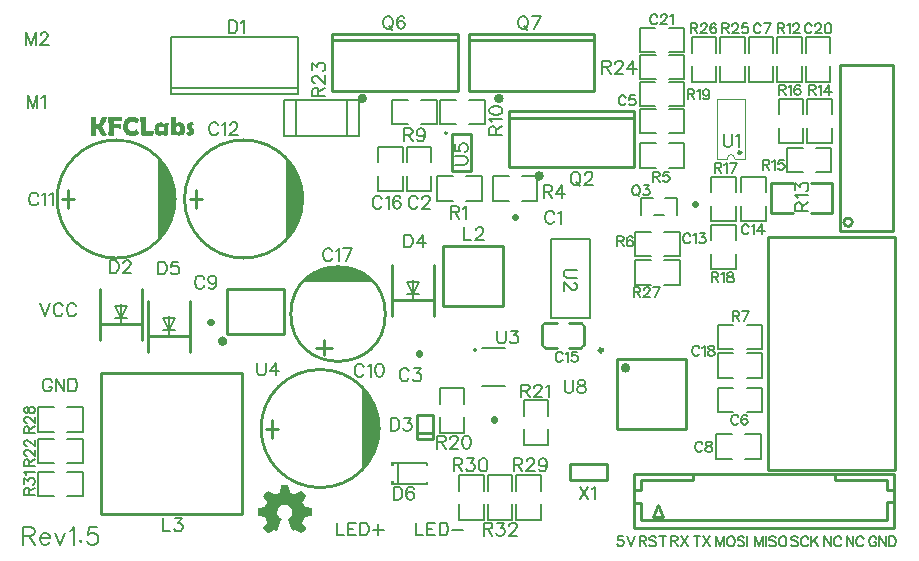
<source format=gto>
G04 Layer: TopSilkLayer*
G04 EasyEDA v6.4.25, 2021-09-30T02:14:20--7:00*
G04 e4d4b5d2720f487c87a9f93e3858acc5,1c607ed5ed934db7a0414c4b005609ca,10*
G04 Gerber Generator version 0.2*
G04 Scale: 100 percent, Rotated: No, Reflected: No *
G04 Dimensions in inches *
G04 leading zeros omitted , absolute positions ,3 integer and 6 decimal *
%FSLAX36Y36*%
%MOIN*%

%ADD10C,0.0100*%
%ADD11C,0.0080*%
%ADD12C,0.0060*%
%ADD74C,0.0079*%
%ADD75C,0.0050*%
%ADD76C,0.0220*%
%ADD77C,0.0079*%
%ADD78C,0.0079*%
%ADD79C,0.0040*%
%ADD80C,0.0157*%
%ADD81C,0.0118*%

%LPD*%
G36*
X922220Y-1589500D02*
G01*
X916420Y-1589560D01*
X911919Y-1589720D01*
X910560Y-1589840D01*
X910000Y-1590000D01*
X909180Y-1593460D01*
X905420Y-1612840D01*
X904900Y-1613560D01*
X903520Y-1614440D01*
X900980Y-1615620D01*
X897060Y-1617240D01*
X893820Y-1618480D01*
X891000Y-1619440D01*
X888880Y-1620060D01*
X887780Y-1620220D01*
X886600Y-1619640D01*
X881040Y-1616180D01*
X873720Y-1611300D01*
X868420Y-1607960D01*
X867400Y-1607460D01*
X866460Y-1608100D01*
X861680Y-1612400D01*
X854620Y-1619379D01*
X852140Y-1622060D01*
X850819Y-1623760D01*
X850540Y-1624660D01*
X851140Y-1625780D01*
X854680Y-1631180D01*
X859640Y-1638360D01*
X863020Y-1643480D01*
X863520Y-1644400D01*
X862400Y-1647260D01*
X857320Y-1658880D01*
X855980Y-1661660D01*
X852600Y-1662380D01*
X836640Y-1665340D01*
X832880Y-1666120D01*
X832540Y-1666840D01*
X832320Y-1668920D01*
X832200Y-1672680D01*
X832200Y-1684960D01*
X832320Y-1688620D01*
X832620Y-1690260D01*
X833180Y-1690740D01*
X844419Y-1692840D01*
X854240Y-1694800D01*
X855300Y-1695120D01*
X855819Y-1696000D01*
X858060Y-1701020D01*
X863100Y-1713460D01*
X854560Y-1725780D01*
X851160Y-1731020D01*
X850580Y-1732100D01*
X850920Y-1733020D01*
X852320Y-1734780D01*
X854840Y-1737500D01*
X861919Y-1744480D01*
X866600Y-1748860D01*
X867420Y-1749500D01*
X867860Y-1749340D01*
X869740Y-1748200D01*
X886460Y-1736900D01*
X892800Y-1740240D01*
X894340Y-1740900D01*
X895460Y-1741279D01*
X896000Y-1741279D01*
X898760Y-1735060D01*
X911040Y-1705940D01*
X912540Y-1702180D01*
X911660Y-1701420D01*
X907600Y-1698600D01*
X905819Y-1697140D01*
X904200Y-1695600D01*
X902740Y-1693959D01*
X901460Y-1692260D01*
X900320Y-1690480D01*
X899360Y-1688640D01*
X898580Y-1686720D01*
X897960Y-1684760D01*
X897520Y-1682720D01*
X897240Y-1680620D01*
X897159Y-1678480D01*
X897280Y-1675920D01*
X897660Y-1673460D01*
X898300Y-1671060D01*
X899180Y-1668760D01*
X900300Y-1666560D01*
X901680Y-1664440D01*
X903319Y-1662420D01*
X905200Y-1660500D01*
X907060Y-1658899D01*
X909040Y-1657520D01*
X911100Y-1656339D01*
X913240Y-1655380D01*
X915420Y-1654640D01*
X917660Y-1654100D01*
X919940Y-1653779D01*
X922220Y-1653680D01*
X924500Y-1653779D01*
X926780Y-1654100D01*
X929000Y-1654640D01*
X931200Y-1655380D01*
X933340Y-1656339D01*
X935400Y-1657520D01*
X937380Y-1658899D01*
X939240Y-1660500D01*
X940980Y-1662280D01*
X942500Y-1664160D01*
X943820Y-1666140D01*
X944940Y-1668180D01*
X945840Y-1670300D01*
X946520Y-1672460D01*
X947000Y-1674660D01*
X947260Y-1676879D01*
X947320Y-1679139D01*
X947159Y-1681380D01*
X946780Y-1683600D01*
X946180Y-1685820D01*
X945360Y-1688000D01*
X944340Y-1690120D01*
X943080Y-1692180D01*
X941620Y-1694180D01*
X940120Y-1695800D01*
X938120Y-1697580D01*
X935740Y-1699420D01*
X931780Y-1702100D01*
X944479Y-1732340D01*
X948439Y-1741279D01*
X948960Y-1741300D01*
X950020Y-1740960D01*
X953160Y-1739460D01*
X956320Y-1737820D01*
X957940Y-1737160D01*
X958860Y-1737640D01*
X963980Y-1740920D01*
X971080Y-1745720D01*
X976200Y-1749019D01*
X977120Y-1749500D01*
X977960Y-1748860D01*
X982640Y-1744480D01*
X989599Y-1737520D01*
X992120Y-1734780D01*
X993500Y-1733000D01*
X993860Y-1732080D01*
X993280Y-1731000D01*
X989860Y-1725780D01*
X981340Y-1713460D01*
X986380Y-1701000D01*
X988620Y-1696000D01*
X989140Y-1695120D01*
X990220Y-1694800D01*
X996160Y-1693560D01*
X1004440Y-1692020D01*
X1010460Y-1690740D01*
X1011560Y-1690380D01*
X1011900Y-1689540D01*
X1012099Y-1687420D01*
X1012180Y-1683680D01*
X1011979Y-1666120D01*
X991740Y-1662320D01*
X988660Y-1661459D01*
X988120Y-1661140D01*
X981940Y-1647040D01*
X980920Y-1644420D01*
X981420Y-1643500D01*
X984800Y-1638400D01*
X989760Y-1631200D01*
X993300Y-1625800D01*
X993900Y-1624660D01*
X993600Y-1623760D01*
X992300Y-1622060D01*
X989820Y-1619379D01*
X982760Y-1612400D01*
X977980Y-1608100D01*
X977039Y-1607460D01*
X976000Y-1607960D01*
X970699Y-1611279D01*
X963420Y-1616180D01*
X957940Y-1619660D01*
X956820Y-1620260D01*
X955759Y-1620100D01*
X950800Y-1618520D01*
X943520Y-1615640D01*
X940939Y-1614460D01*
X939539Y-1613560D01*
X939020Y-1612840D01*
X935260Y-1593460D01*
X934440Y-1590000D01*
X933880Y-1589840D01*
X930500Y-1589620D01*
G37*
G36*
X558400Y-360000D02*
G01*
X555060Y-360100D01*
X550800Y-360400D01*
X542580Y-361180D01*
X542160Y-361360D01*
X541880Y-361580D01*
X541800Y-362400D01*
X542580Y-372200D01*
X542860Y-377500D01*
X543160Y-388900D01*
X543178Y-401300D01*
X558400Y-401300D01*
X558540Y-399520D01*
X558920Y-397900D01*
X559580Y-396420D01*
X560500Y-395100D01*
X561660Y-393960D01*
X563000Y-393160D01*
X564560Y-392660D01*
X566300Y-392500D01*
X568020Y-392660D01*
X569580Y-393160D01*
X570960Y-393960D01*
X572200Y-395100D01*
X573160Y-396420D01*
X573860Y-397879D01*
X574260Y-399460D01*
X574400Y-401200D01*
X574260Y-403060D01*
X573880Y-404720D01*
X573220Y-406200D01*
X572300Y-407500D01*
X571100Y-408640D01*
X569720Y-409460D01*
X568160Y-409940D01*
X566400Y-410100D01*
X564600Y-409940D01*
X563000Y-409480D01*
X561600Y-408700D01*
X560400Y-407600D01*
X559520Y-406300D01*
X558900Y-404820D01*
X558520Y-403160D01*
X558400Y-401300D01*
X543178Y-401300D01*
X542980Y-411520D01*
X542580Y-419020D01*
X542200Y-422220D01*
X542380Y-422740D01*
X542900Y-423060D01*
X543780Y-423240D01*
X545000Y-423300D01*
X553980Y-423260D01*
X557500Y-423100D01*
X557740Y-422920D01*
X558200Y-422020D01*
X558600Y-420600D01*
X559000Y-419799D01*
X559300Y-419720D01*
X564420Y-422760D01*
X570400Y-423700D01*
X574680Y-423280D01*
X578560Y-422060D01*
X581980Y-419980D01*
X585000Y-417100D01*
X587320Y-413820D01*
X588980Y-410160D01*
X589960Y-406120D01*
X590300Y-401700D01*
X589980Y-397000D01*
X589060Y-392780D01*
X587480Y-389040D01*
X585300Y-385800D01*
X582340Y-382920D01*
X578860Y-380860D01*
X574840Y-379620D01*
X570300Y-379200D01*
X564500Y-380260D01*
X559900Y-383400D01*
X559580Y-383700D01*
X559200Y-383800D01*
X558900Y-383720D01*
X558680Y-383459D01*
X558540Y-383020D01*
X558580Y-375700D01*
X559280Y-362420D01*
X559240Y-360840D01*
X559080Y-360379D01*
X558800Y-360100D01*
G37*
G36*
X412900Y-360100D02*
G01*
X408660Y-360379D01*
X404680Y-361180D01*
X400959Y-362560D01*
X397480Y-364460D01*
X394260Y-366900D01*
X391300Y-369900D01*
X388800Y-373120D01*
X386740Y-376540D01*
X385160Y-380200D01*
X384020Y-384080D01*
X383320Y-388180D01*
X383100Y-392500D01*
X383340Y-396980D01*
X384040Y-401180D01*
X385200Y-405120D01*
X386840Y-408820D01*
X388940Y-412239D01*
X391500Y-415400D01*
X394480Y-418240D01*
X397740Y-420560D01*
X401300Y-422380D01*
X405140Y-423660D01*
X409280Y-424440D01*
X413700Y-424700D01*
X418020Y-424440D01*
X422040Y-423640D01*
X425780Y-422299D01*
X429219Y-420439D01*
X432360Y-418040D01*
X435200Y-415100D01*
X435880Y-414099D01*
X436100Y-413300D01*
X435900Y-412780D01*
X434300Y-410080D01*
X429600Y-403040D01*
X428860Y-402180D01*
X428200Y-401900D01*
X427560Y-402320D01*
X423720Y-405379D01*
X421500Y-406700D01*
X419739Y-407400D01*
X417920Y-407900D01*
X416079Y-408200D01*
X414200Y-408300D01*
X408420Y-407080D01*
X403900Y-403400D01*
X401200Y-398360D01*
X400300Y-392200D01*
X401200Y-386120D01*
X403900Y-381100D01*
X408420Y-377500D01*
X414200Y-376300D01*
X416079Y-376420D01*
X417900Y-376760D01*
X419680Y-377320D01*
X421400Y-378100D01*
X423720Y-379520D01*
X427660Y-382680D01*
X428300Y-383100D01*
X428780Y-383020D01*
X429200Y-382800D01*
X429739Y-382160D01*
X431640Y-379099D01*
X434360Y-374340D01*
X435900Y-371280D01*
X436100Y-370600D01*
X435880Y-369760D01*
X435200Y-368800D01*
X432340Y-366140D01*
X429120Y-363960D01*
X425580Y-362280D01*
X421680Y-361060D01*
X417460Y-360340D01*
G37*
G36*
X375900Y-360900D02*
G01*
X371520Y-361060D01*
X359200Y-361880D01*
X352939Y-362000D01*
X335100Y-361700D01*
X334540Y-361760D01*
X334120Y-361980D01*
X333880Y-362320D01*
X333800Y-363300D01*
X334700Y-377900D01*
X335080Y-385959D01*
X335200Y-392500D01*
X334900Y-407200D01*
X334600Y-415760D01*
X334500Y-421800D01*
X334580Y-422299D01*
X334820Y-422700D01*
X335240Y-423000D01*
X335800Y-423200D01*
X339660Y-423660D01*
X346400Y-423800D01*
X350300Y-423800D01*
X351520Y-423640D01*
X352400Y-423380D01*
X352920Y-423000D01*
X353080Y-422380D01*
X352260Y-408280D01*
X352100Y-401599D01*
X352239Y-400880D01*
X352680Y-400319D01*
X353400Y-399940D01*
X354760Y-399660D01*
X356460Y-399600D01*
X366180Y-399720D01*
X375220Y-400360D01*
X375560Y-400200D01*
X375820Y-399960D01*
X376000Y-399600D01*
X376220Y-398700D01*
X376380Y-397100D01*
X376500Y-391800D01*
X376420Y-388380D01*
X376160Y-385959D01*
X375720Y-384480D01*
X375100Y-384000D01*
X371280Y-384099D01*
X360680Y-384620D01*
X356900Y-384700D01*
X355319Y-384660D01*
X354200Y-384500D01*
X353280Y-383980D01*
X352620Y-383000D01*
X352239Y-381580D01*
X352100Y-379700D01*
X352200Y-378160D01*
X352500Y-376960D01*
X353000Y-376060D01*
X353700Y-375500D01*
X354320Y-375360D01*
X358700Y-375200D01*
X362860Y-375360D01*
X374560Y-376260D01*
X379099Y-376360D01*
X379380Y-376280D01*
X379540Y-376120D01*
X379600Y-375900D01*
X379480Y-374300D01*
X378600Y-368400D01*
X378400Y-362700D01*
X378140Y-361920D01*
X377620Y-361360D01*
X376880Y-361019D01*
G37*
G36*
X276000Y-361500D02*
G01*
X275600Y-361560D01*
X275320Y-361760D01*
X275160Y-362060D01*
X275100Y-362500D01*
X275200Y-368880D01*
X275880Y-386719D01*
X276000Y-393100D01*
X275880Y-399099D01*
X275120Y-415880D01*
X275000Y-421800D01*
X275080Y-422299D01*
X275320Y-422700D01*
X275740Y-423000D01*
X276300Y-423200D01*
X277480Y-423380D01*
X281280Y-423579D01*
X286660Y-423579D01*
X290760Y-423380D01*
X292100Y-423200D01*
X292620Y-423040D01*
X293000Y-422720D01*
X293220Y-422280D01*
X293300Y-421700D01*
X292800Y-401700D01*
X293100Y-401280D01*
X293980Y-400720D01*
X297500Y-399200D01*
X299620Y-402320D01*
X303800Y-409700D01*
X310680Y-422299D01*
X311100Y-422700D01*
X311700Y-422980D01*
X312700Y-423200D01*
X315920Y-423500D01*
X320600Y-423600D01*
X325120Y-423500D01*
X326580Y-423380D01*
X327500Y-423200D01*
X328200Y-422819D01*
X328700Y-422280D01*
X329000Y-421560D01*
X329099Y-420700D01*
X328600Y-418780D01*
X327080Y-415520D01*
X324540Y-410940D01*
X312900Y-391800D01*
X313000Y-391540D01*
X313280Y-391220D01*
X314400Y-390500D01*
X316700Y-388760D01*
X318900Y-386320D01*
X321019Y-383200D01*
X323060Y-379380D01*
X325020Y-374880D01*
X326900Y-369700D01*
X328260Y-365120D01*
X328579Y-363600D01*
X328700Y-362600D01*
X328640Y-362160D01*
X328459Y-361860D01*
X328140Y-361659D01*
X327040Y-361599D01*
X319220Y-361780D01*
X313800Y-361500D01*
X313120Y-361560D01*
X312560Y-361780D01*
X312120Y-362120D01*
X311800Y-362600D01*
X309060Y-369900D01*
X307200Y-375200D01*
X306100Y-377780D01*
X305000Y-379920D01*
X303900Y-381640D01*
X302800Y-382900D01*
X301200Y-384159D01*
X299320Y-385080D01*
X297160Y-385620D01*
X294700Y-385800D01*
X293780Y-385560D01*
X293120Y-384860D01*
X292740Y-383660D01*
X292600Y-382000D01*
X292700Y-377900D01*
X293220Y-366420D01*
X293260Y-361960D01*
X293100Y-361700D01*
X292860Y-361560D01*
X291760Y-361520D01*
X287080Y-361740D01*
X282520Y-361780D01*
G37*
G36*
X442500Y-361599D02*
G01*
X441940Y-361659D01*
X441520Y-361860D01*
X441280Y-362160D01*
X441200Y-362600D01*
X441800Y-393100D01*
X441500Y-421800D01*
X441580Y-422340D01*
X441800Y-422760D01*
X442180Y-423040D01*
X442700Y-423200D01*
X448400Y-423400D01*
X479200Y-423900D01*
X483000Y-423900D01*
X483320Y-423700D01*
X483600Y-423400D01*
X484000Y-422500D01*
X484820Y-416500D01*
X485100Y-409500D01*
X485020Y-409060D01*
X484799Y-408760D01*
X484420Y-408560D01*
X483900Y-408500D01*
X478920Y-408600D01*
X465100Y-409280D01*
X459000Y-409400D01*
X458560Y-409120D01*
X458400Y-408700D01*
X458300Y-407900D01*
X458300Y-387800D01*
X459500Y-362060D01*
X459400Y-361800D01*
X459200Y-361659D01*
X458100Y-361599D01*
X449560Y-361900D01*
G37*
G36*
X615100Y-377400D02*
G01*
X608500Y-378420D01*
X602300Y-381500D01*
X597360Y-386599D01*
X595700Y-392700D01*
X595840Y-394440D01*
X596260Y-396120D01*
X596940Y-397780D01*
X597900Y-399400D01*
X602100Y-404099D01*
X603060Y-405319D01*
X603760Y-406480D01*
X604160Y-407560D01*
X604300Y-408600D01*
X604060Y-409900D01*
X603360Y-411000D01*
X602160Y-411900D01*
X600500Y-412600D01*
X593920Y-413900D01*
X593800Y-414200D01*
X593980Y-414980D01*
X595480Y-417939D01*
X596800Y-420100D01*
X598220Y-422160D01*
X599360Y-423620D01*
X600220Y-424500D01*
X600800Y-424799D01*
X602800Y-424680D01*
X604900Y-424300D01*
X607100Y-423680D01*
X609400Y-422800D01*
X611520Y-421800D01*
X613500Y-420680D01*
X615320Y-419440D01*
X617000Y-418100D01*
X617760Y-417360D01*
X618460Y-416420D01*
X619060Y-415300D01*
X619600Y-414000D01*
X620280Y-411580D01*
X620500Y-409300D01*
X620360Y-407380D01*
X619920Y-405560D01*
X619200Y-403780D01*
X618200Y-402100D01*
X616760Y-400300D01*
X613040Y-396160D01*
X612360Y-395120D01*
X611940Y-394200D01*
X611800Y-393400D01*
X611940Y-392260D01*
X612320Y-391280D01*
X612980Y-390420D01*
X613900Y-389700D01*
X614860Y-389180D01*
X615900Y-388800D01*
X617060Y-388579D01*
X618900Y-388519D01*
X620700Y-388800D01*
X621220Y-388160D01*
X621400Y-387600D01*
X621220Y-387000D01*
X619820Y-384240D01*
X617340Y-380040D01*
X616320Y-378579D01*
X615580Y-377700D01*
G37*
G36*
X509099Y-379600D02*
G01*
X504360Y-380000D01*
X500180Y-381200D01*
X496520Y-383200D01*
X493400Y-386000D01*
X491000Y-389340D01*
X489280Y-393180D01*
X488240Y-397500D01*
X487956Y-401500D01*
X502900Y-401500D01*
X503040Y-399680D01*
X503480Y-398060D01*
X504200Y-396580D01*
X505200Y-395300D01*
X506440Y-394260D01*
X507879Y-393500D01*
X509500Y-393060D01*
X511300Y-392900D01*
X513100Y-393060D01*
X514720Y-393500D01*
X516160Y-394260D01*
X517400Y-395300D01*
X518459Y-396620D01*
X519200Y-398100D01*
X519660Y-399720D01*
X519799Y-401500D01*
X519660Y-403320D01*
X519200Y-404960D01*
X518459Y-406420D01*
X517400Y-407700D01*
X516120Y-408760D01*
X514680Y-409500D01*
X513060Y-409960D01*
X511300Y-410100D01*
X509620Y-409940D01*
X508060Y-409480D01*
X506620Y-408700D01*
X505300Y-407600D01*
X504260Y-406280D01*
X503500Y-404820D01*
X503060Y-403240D01*
X502900Y-401500D01*
X487956Y-401500D01*
X487900Y-402299D01*
X488240Y-406540D01*
X489219Y-410480D01*
X490880Y-414099D01*
X493200Y-417400D01*
X496220Y-420379D01*
X499600Y-422500D01*
X503320Y-423780D01*
X507400Y-424200D01*
X512900Y-422960D01*
X518900Y-418500D01*
X519099Y-418660D01*
X519440Y-419960D01*
X519780Y-422200D01*
X520020Y-422980D01*
X520340Y-423440D01*
X520700Y-423600D01*
X527320Y-423500D01*
X533200Y-423200D01*
X533860Y-423040D01*
X534320Y-422680D01*
X534600Y-422100D01*
X534700Y-421300D01*
X534600Y-417160D01*
X534000Y-405420D01*
X533900Y-401200D01*
X533980Y-396860D01*
X534260Y-392600D01*
X534680Y-388459D01*
X535480Y-383600D01*
X535460Y-383260D01*
X535100Y-382920D01*
X533700Y-382480D01*
X530600Y-381740D01*
X526480Y-380900D01*
X523380Y-380460D01*
X522400Y-380400D01*
X522060Y-380540D01*
X521760Y-380920D01*
X521460Y-381580D01*
X520959Y-383420D01*
X520500Y-384460D01*
X520300Y-384600D01*
X520120Y-384560D01*
X520000Y-384400D01*
X515280Y-380800D01*
G37*
D11*
X50000Y-1729499D02*
G01*
X50000Y-1786700D01*
X50000Y-1729499D02*
G01*
X74499Y-1729499D01*
X82699Y-1732199D01*
X85500Y-1734899D01*
X88200Y-1740399D01*
X88200Y-1745799D01*
X85500Y-1751300D01*
X82699Y-1754000D01*
X74499Y-1756700D01*
X50000Y-1756700D01*
X69099Y-1756700D02*
G01*
X88200Y-1786700D01*
X106199Y-1764899D02*
G01*
X138899Y-1764899D01*
X138899Y-1759499D01*
X136199Y-1754000D01*
X133499Y-1751300D01*
X128000Y-1748499D01*
X119800Y-1748499D01*
X114400Y-1751300D01*
X108899Y-1756700D01*
X106199Y-1764899D01*
X106199Y-1770399D01*
X108899Y-1778499D01*
X114400Y-1784000D01*
X119800Y-1786700D01*
X128000Y-1786700D01*
X133499Y-1784000D01*
X138899Y-1778499D01*
X156900Y-1748499D02*
G01*
X173299Y-1786700D01*
X189600Y-1748499D02*
G01*
X173299Y-1786700D01*
X207600Y-1740399D02*
G01*
X213099Y-1737600D01*
X221300Y-1729499D01*
X221300Y-1786700D01*
X241999Y-1773099D02*
G01*
X239299Y-1775799D01*
X241999Y-1778499D01*
X244699Y-1775799D01*
X241999Y-1773099D01*
X295500Y-1729499D02*
G01*
X268200Y-1729499D01*
X265500Y-1754000D01*
X268200Y-1751300D01*
X276399Y-1748499D01*
X284499Y-1748499D01*
X292699Y-1751300D01*
X298200Y-1756700D01*
X300900Y-1764899D01*
X300900Y-1770399D01*
X298200Y-1778499D01*
X292699Y-1784000D01*
X284499Y-1786700D01*
X276399Y-1786700D01*
X268200Y-1784000D01*
X265500Y-1781300D01*
X262699Y-1775799D01*
X2049099Y-1758901D02*
G01*
X2033199Y-1758901D01*
X2031599Y-1773200D01*
X2033199Y-1771601D01*
X2038000Y-1770001D01*
X2042700Y-1770001D01*
X2047500Y-1771601D01*
X2050699Y-1774801D01*
X2052299Y-1779600D01*
X2052299Y-1782800D01*
X2050699Y-1787501D01*
X2047500Y-1790700D01*
X2042700Y-1792301D01*
X2038000Y-1792301D01*
X2033199Y-1790700D01*
X2031599Y-1789101D01*
X2030000Y-1786001D01*
X2062799Y-1758901D02*
G01*
X2075500Y-1792301D01*
X2088199Y-1758901D02*
G01*
X2075500Y-1792301D01*
X2105000Y-1758899D02*
G01*
X2105000Y-1792300D01*
X2105000Y-1758899D02*
G01*
X2119300Y-1758899D01*
X2124099Y-1760500D01*
X2125699Y-1762100D01*
X2127299Y-1765300D01*
X2127299Y-1768499D01*
X2125699Y-1771599D01*
X2124099Y-1773200D01*
X2119300Y-1774800D01*
X2105000Y-1774800D01*
X2116099Y-1774800D02*
G01*
X2127299Y-1792300D01*
X2160000Y-1763699D02*
G01*
X2156899Y-1760500D01*
X2152100Y-1758899D01*
X2145699Y-1758899D01*
X2141000Y-1760500D01*
X2137799Y-1763699D01*
X2137799Y-1766900D01*
X2139399Y-1770000D01*
X2141000Y-1771599D01*
X2144099Y-1773200D01*
X2153699Y-1776399D01*
X2156899Y-1778000D01*
X2158500Y-1779600D01*
X2160000Y-1782800D01*
X2160000Y-1787500D01*
X2156899Y-1790700D01*
X2152100Y-1792300D01*
X2145699Y-1792300D01*
X2141000Y-1790700D01*
X2137799Y-1787500D01*
X2181700Y-1758899D02*
G01*
X2181700Y-1792300D01*
X2170500Y-1758899D02*
G01*
X2192799Y-1758899D01*
X2296099Y-1758899D02*
G01*
X2296099Y-1792300D01*
X2285000Y-1758899D02*
G01*
X2307299Y-1758899D01*
X2317799Y-1758899D02*
G01*
X2340000Y-1792300D01*
X2340000Y-1758899D02*
G01*
X2317799Y-1792300D01*
X2210000Y-1758901D02*
G01*
X2210000Y-1792301D01*
X2210000Y-1758901D02*
G01*
X2224300Y-1758901D01*
X2229099Y-1760500D01*
X2230699Y-1762100D01*
X2232299Y-1765300D01*
X2232299Y-1768501D01*
X2230699Y-1771601D01*
X2229099Y-1773200D01*
X2224300Y-1774801D01*
X2210000Y-1774801D01*
X2221099Y-1774801D02*
G01*
X2232299Y-1792301D01*
X2242799Y-1758901D02*
G01*
X2265000Y-1792301D01*
X2265000Y-1758901D02*
G01*
X2242799Y-1792301D01*
X2360000Y-1758899D02*
G01*
X2360000Y-1792300D01*
X2360000Y-1758899D02*
G01*
X2372700Y-1792300D01*
X2385500Y-1758899D02*
G01*
X2372700Y-1792300D01*
X2385500Y-1758899D02*
G01*
X2385500Y-1792300D01*
X2405500Y-1758899D02*
G01*
X2402299Y-1760500D01*
X2399099Y-1763699D01*
X2397500Y-1766900D01*
X2396000Y-1771599D01*
X2396000Y-1779600D01*
X2397500Y-1784400D01*
X2399099Y-1787500D01*
X2402299Y-1790700D01*
X2405500Y-1792300D01*
X2411899Y-1792300D01*
X2415000Y-1790700D01*
X2418199Y-1787500D01*
X2419799Y-1784400D01*
X2421400Y-1779600D01*
X2421400Y-1771599D01*
X2419799Y-1766900D01*
X2418199Y-1763699D01*
X2415000Y-1760500D01*
X2411899Y-1758899D01*
X2405500Y-1758899D01*
X2454200Y-1763699D02*
G01*
X2451000Y-1760500D01*
X2446199Y-1758899D01*
X2439899Y-1758899D01*
X2435100Y-1760500D01*
X2431899Y-1763699D01*
X2431899Y-1766900D01*
X2433500Y-1770000D01*
X2435100Y-1771599D01*
X2438299Y-1773200D01*
X2447799Y-1776399D01*
X2451000Y-1778000D01*
X2452600Y-1779600D01*
X2454200Y-1782800D01*
X2454200Y-1787500D01*
X2451000Y-1790700D01*
X2446199Y-1792300D01*
X2439899Y-1792300D01*
X2435100Y-1790700D01*
X2431899Y-1787500D01*
X2464700Y-1758899D02*
G01*
X2464700Y-1792300D01*
X2490000Y-1758899D02*
G01*
X2490000Y-1792300D01*
X2490000Y-1758899D02*
G01*
X2502700Y-1792300D01*
X2515500Y-1758899D02*
G01*
X2502700Y-1792300D01*
X2515500Y-1758899D02*
G01*
X2515500Y-1792300D01*
X2526000Y-1758899D02*
G01*
X2526000Y-1792300D01*
X2558699Y-1763699D02*
G01*
X2555500Y-1760500D01*
X2550799Y-1758899D01*
X2544399Y-1758899D01*
X2539600Y-1760500D01*
X2536499Y-1763699D01*
X2536499Y-1766900D01*
X2538000Y-1770000D01*
X2539600Y-1771599D01*
X2542799Y-1773200D01*
X2552399Y-1776399D01*
X2555500Y-1778000D01*
X2557100Y-1779600D01*
X2558699Y-1782800D01*
X2558699Y-1787500D01*
X2555500Y-1790700D01*
X2550799Y-1792300D01*
X2544399Y-1792300D01*
X2539600Y-1790700D01*
X2536499Y-1787500D01*
X2578800Y-1758899D02*
G01*
X2575600Y-1760500D01*
X2572399Y-1763699D01*
X2570799Y-1766900D01*
X2569200Y-1771599D01*
X2569200Y-1779600D01*
X2570799Y-1784400D01*
X2572399Y-1787500D01*
X2575600Y-1790700D01*
X2578800Y-1792300D01*
X2585100Y-1792300D01*
X2588299Y-1790700D01*
X2591499Y-1787500D01*
X2593100Y-1784400D01*
X2594700Y-1779600D01*
X2594700Y-1771599D01*
X2593100Y-1766900D01*
X2591499Y-1763699D01*
X2588299Y-1760500D01*
X2585100Y-1758899D01*
X2578800Y-1758899D01*
X2632299Y-1763699D02*
G01*
X2629099Y-1760500D01*
X2624300Y-1758899D01*
X2618000Y-1758899D01*
X2613199Y-1760500D01*
X2610000Y-1763699D01*
X2610000Y-1766900D01*
X2611599Y-1770000D01*
X2613199Y-1771599D01*
X2616400Y-1773200D01*
X2625900Y-1776399D01*
X2629099Y-1778000D01*
X2630699Y-1779600D01*
X2632299Y-1782800D01*
X2632299Y-1787500D01*
X2629099Y-1790700D01*
X2624300Y-1792300D01*
X2618000Y-1792300D01*
X2613199Y-1790700D01*
X2610000Y-1787500D01*
X2666599Y-1766900D02*
G01*
X2665000Y-1763699D01*
X2661899Y-1760500D01*
X2658699Y-1758899D01*
X2652299Y-1758899D01*
X2649099Y-1760500D01*
X2646000Y-1763699D01*
X2644399Y-1766900D01*
X2642799Y-1771599D01*
X2642799Y-1779600D01*
X2644399Y-1784400D01*
X2646000Y-1787500D01*
X2649099Y-1790700D01*
X2652299Y-1792300D01*
X2658699Y-1792300D01*
X2661899Y-1790700D01*
X2665000Y-1787500D01*
X2666599Y-1784400D01*
X2677100Y-1758899D02*
G01*
X2677100Y-1792300D01*
X2699399Y-1758899D02*
G01*
X2677100Y-1781199D01*
X2685100Y-1773200D02*
G01*
X2699399Y-1792300D01*
X2893900Y-1766900D02*
G01*
X2892299Y-1763701D01*
X2889099Y-1760500D01*
X2885900Y-1758901D01*
X2879499Y-1758901D01*
X2876400Y-1760500D01*
X2873199Y-1763701D01*
X2871599Y-1766900D01*
X2870000Y-1771601D01*
X2870000Y-1779600D01*
X2871599Y-1784400D01*
X2873199Y-1787501D01*
X2876400Y-1790700D01*
X2879499Y-1792301D01*
X2885900Y-1792301D01*
X2889099Y-1790700D01*
X2892299Y-1787501D01*
X2893900Y-1784400D01*
X2893900Y-1779600D01*
X2885900Y-1779600D02*
G01*
X2893900Y-1779600D01*
X2904399Y-1758901D02*
G01*
X2904399Y-1792301D01*
X2904399Y-1758901D02*
G01*
X2926599Y-1792301D01*
X2926599Y-1758901D02*
G01*
X2926599Y-1792301D01*
X2937100Y-1758901D02*
G01*
X2937100Y-1792301D01*
X2937100Y-1758901D02*
G01*
X2948299Y-1758901D01*
X2953000Y-1760500D01*
X2956199Y-1763701D01*
X2957799Y-1766900D01*
X2959399Y-1771601D01*
X2959399Y-1779600D01*
X2957799Y-1784400D01*
X2956199Y-1787501D01*
X2953000Y-1790700D01*
X2948299Y-1792301D01*
X2937100Y-1792301D01*
X2720000Y-1759699D02*
G01*
X2720000Y-1793099D01*
X2720000Y-1759699D02*
G01*
X2742299Y-1793099D01*
X2742299Y-1759699D02*
G01*
X2742299Y-1793099D01*
X2776599Y-1767600D02*
G01*
X2775000Y-1764499D01*
X2771899Y-1761300D01*
X2768699Y-1759699D01*
X2762299Y-1759699D01*
X2759099Y-1761300D01*
X2756000Y-1764499D01*
X2754399Y-1767600D01*
X2752799Y-1772399D01*
X2752799Y-1780399D01*
X2754399Y-1785100D01*
X2756000Y-1788299D01*
X2759099Y-1791500D01*
X2762299Y-1793099D01*
X2768699Y-1793099D01*
X2771899Y-1791500D01*
X2775000Y-1788299D01*
X2776599Y-1785100D01*
X2795000Y-1759699D02*
G01*
X2795000Y-1793099D01*
X2795000Y-1759699D02*
G01*
X2817299Y-1793099D01*
X2817299Y-1759699D02*
G01*
X2817299Y-1793099D01*
X2851599Y-1767600D02*
G01*
X2850000Y-1764499D01*
X2846899Y-1761300D01*
X2843699Y-1759699D01*
X2837299Y-1759699D01*
X2834099Y-1761300D01*
X2831000Y-1764499D01*
X2829399Y-1767600D01*
X2827799Y-1772399D01*
X2827799Y-1780399D01*
X2829399Y-1785100D01*
X2831000Y-1788299D01*
X2834099Y-1791500D01*
X2837299Y-1793099D01*
X2843699Y-1793099D01*
X2846899Y-1791500D01*
X2850000Y-1788299D01*
X2851599Y-1785100D01*
D12*
X54699Y-1620000D02*
G01*
X88099Y-1620000D01*
X54699Y-1620000D02*
G01*
X54699Y-1605700D01*
X56300Y-1600900D01*
X57899Y-1599299D01*
X60999Y-1597699D01*
X64200Y-1597699D01*
X67399Y-1599299D01*
X69000Y-1600900D01*
X70599Y-1605700D01*
X70599Y-1620000D01*
X70599Y-1608899D02*
G01*
X88099Y-1597699D01*
X54699Y-1584000D02*
G01*
X54699Y-1566500D01*
X67399Y-1576100D01*
X67399Y-1571300D01*
X69000Y-1568099D01*
X70599Y-1566500D01*
X75399Y-1565000D01*
X78499Y-1565000D01*
X83299Y-1566500D01*
X86500Y-1569699D01*
X88099Y-1574499D01*
X88099Y-1579299D01*
X86500Y-1584000D01*
X84899Y-1585599D01*
X81700Y-1587199D01*
X60999Y-1554499D02*
G01*
X59499Y-1551300D01*
X54699Y-1546500D01*
X88099Y-1546500D01*
X340000Y-839600D02*
G01*
X340000Y-882500D01*
X340000Y-839600D02*
G01*
X354299Y-839600D01*
X360500Y-841599D01*
X364499Y-845700D01*
X366599Y-849800D01*
X368600Y-855999D01*
X368600Y-866199D01*
X366599Y-872300D01*
X364499Y-876399D01*
X360500Y-880500D01*
X354299Y-882500D01*
X340000Y-882500D01*
X384200Y-849800D02*
G01*
X384200Y-847800D01*
X386199Y-843699D01*
X388299Y-841599D01*
X392399Y-839600D01*
X400500Y-839600D01*
X404600Y-841599D01*
X406700Y-843699D01*
X408699Y-847800D01*
X408699Y-851900D01*
X406700Y-855999D01*
X402600Y-862100D01*
X382100Y-882500D01*
X410799Y-882500D01*
X514974Y-1699600D02*
G01*
X514974Y-1742500D01*
X514974Y-1742500D02*
G01*
X539475Y-1742500D01*
X557074Y-1699600D02*
G01*
X579574Y-1699600D01*
X567375Y-1715999D01*
X573474Y-1715999D01*
X577575Y-1718000D01*
X579574Y-1720000D01*
X581675Y-1726199D01*
X581675Y-1730300D01*
X579574Y-1736399D01*
X575475Y-1740500D01*
X569375Y-1742500D01*
X563274Y-1742500D01*
X557074Y-1740500D01*
X555075Y-1738499D01*
X552975Y-1734400D01*
X1080700Y-809800D02*
G01*
X1078600Y-805700D01*
X1074499Y-801599D01*
X1070500Y-799600D01*
X1062300Y-799600D01*
X1058200Y-801599D01*
X1054099Y-805700D01*
X1051999Y-809800D01*
X1050000Y-815999D01*
X1050000Y-826199D01*
X1051999Y-832300D01*
X1054099Y-836399D01*
X1058200Y-840500D01*
X1062300Y-842500D01*
X1070500Y-842500D01*
X1074499Y-840500D01*
X1078600Y-836399D01*
X1080700Y-832300D01*
X1094200Y-807800D02*
G01*
X1098299Y-805700D01*
X1104400Y-799600D01*
X1104400Y-842500D01*
X1146500Y-799600D02*
G01*
X1126100Y-842500D01*
X1117899Y-799600D02*
G01*
X1146500Y-799600D01*
X2150000Y-544699D02*
G01*
X2150000Y-578099D01*
X2150000Y-544699D02*
G01*
X2164300Y-544699D01*
X2169099Y-546300D01*
X2170699Y-547899D01*
X2172299Y-550999D01*
X2172299Y-554200D01*
X2170699Y-557399D01*
X2169099Y-559000D01*
X2164300Y-560599D01*
X2150000Y-560599D01*
X2161099Y-560599D02*
G01*
X2172299Y-578099D01*
X2201899Y-544699D02*
G01*
X2186000Y-544699D01*
X2184399Y-559000D01*
X2186000Y-557399D01*
X2190699Y-555799D01*
X2195500Y-555799D01*
X2200299Y-557399D01*
X2203500Y-560599D01*
X2205000Y-565399D01*
X2205000Y-568499D01*
X2203500Y-573299D01*
X2200299Y-576500D01*
X2195500Y-578099D01*
X2190699Y-578099D01*
X2186000Y-576500D01*
X2184399Y-574899D01*
X2182799Y-571700D01*
X2089499Y-589699D02*
G01*
X2086400Y-591300D01*
X2083199Y-594499D01*
X2081599Y-597600D01*
X2080000Y-602399D01*
X2080000Y-610399D01*
X2081599Y-615100D01*
X2083199Y-618299D01*
X2086400Y-621500D01*
X2089499Y-623099D01*
X2095900Y-623099D01*
X2099099Y-621500D01*
X2102299Y-618299D01*
X2103900Y-615100D01*
X2105500Y-610399D01*
X2105500Y-602399D01*
X2103900Y-597600D01*
X2102299Y-594499D01*
X2099099Y-591300D01*
X2095900Y-589699D01*
X2089499Y-589699D01*
X2094300Y-616700D02*
G01*
X2103900Y-626300D01*
X2119099Y-589699D02*
G01*
X2136599Y-589699D01*
X2127100Y-602399D01*
X2131899Y-602399D01*
X2135000Y-604000D01*
X2136599Y-605599D01*
X2138199Y-610399D01*
X2138199Y-613499D01*
X2136599Y-618299D01*
X2133500Y-621500D01*
X2128699Y-623099D01*
X2123900Y-623099D01*
X2119099Y-621500D01*
X2117500Y-619899D01*
X2116000Y-616700D01*
X1285000Y-1594600D02*
G01*
X1285000Y-1637500D01*
X1285000Y-1594600D02*
G01*
X1299299Y-1594600D01*
X1305500Y-1596599D01*
X1309499Y-1600700D01*
X1311599Y-1604800D01*
X1313600Y-1610999D01*
X1313600Y-1621199D01*
X1311599Y-1627300D01*
X1309499Y-1631399D01*
X1305500Y-1635500D01*
X1299299Y-1637500D01*
X1285000Y-1637500D01*
X1351700Y-1600700D02*
G01*
X1349600Y-1596599D01*
X1343499Y-1594600D01*
X1339400Y-1594600D01*
X1333299Y-1596599D01*
X1329200Y-1602800D01*
X1327100Y-1613000D01*
X1327100Y-1623200D01*
X1329200Y-1631399D01*
X1333299Y-1635500D01*
X1339400Y-1637500D01*
X1341500Y-1637500D01*
X1347600Y-1635500D01*
X1351700Y-1631399D01*
X1353699Y-1625300D01*
X1353699Y-1623200D01*
X1351700Y-1617100D01*
X1347600Y-1613000D01*
X1341500Y-1610999D01*
X1339400Y-1610999D01*
X1333299Y-1613000D01*
X1329200Y-1617100D01*
X1327100Y-1623200D01*
X1335700Y-1209800D02*
G01*
X1333600Y-1205700D01*
X1329499Y-1201599D01*
X1325500Y-1199600D01*
X1317300Y-1199600D01*
X1313200Y-1201599D01*
X1309099Y-1205700D01*
X1306999Y-1209800D01*
X1305000Y-1215999D01*
X1305000Y-1226199D01*
X1306999Y-1232300D01*
X1309099Y-1236399D01*
X1313200Y-1240500D01*
X1317300Y-1242500D01*
X1325500Y-1242500D01*
X1329499Y-1240500D01*
X1333600Y-1236399D01*
X1335700Y-1232300D01*
X1353299Y-1199600D02*
G01*
X1375799Y-1199600D01*
X1363500Y-1215999D01*
X1369600Y-1215999D01*
X1373699Y-1218000D01*
X1375799Y-1220000D01*
X1377799Y-1226199D01*
X1377799Y-1230300D01*
X1375799Y-1236399D01*
X1371700Y-1240500D01*
X1365500Y-1242500D01*
X1359400Y-1242500D01*
X1353299Y-1240500D01*
X1351199Y-1238499D01*
X1349200Y-1234400D01*
X1275000Y-1364600D02*
G01*
X1275000Y-1407500D01*
X1275000Y-1364600D02*
G01*
X1289299Y-1364600D01*
X1295500Y-1366599D01*
X1299499Y-1370700D01*
X1301599Y-1374800D01*
X1303600Y-1380999D01*
X1303600Y-1391199D01*
X1301599Y-1397300D01*
X1299499Y-1401399D01*
X1295500Y-1405500D01*
X1289299Y-1407500D01*
X1275000Y-1407500D01*
X1321199Y-1364600D02*
G01*
X1343699Y-1364600D01*
X1331500Y-1380999D01*
X1337600Y-1380999D01*
X1341700Y-1383000D01*
X1343699Y-1385000D01*
X1345799Y-1391199D01*
X1345799Y-1395300D01*
X1343699Y-1401399D01*
X1339600Y-1405500D01*
X1333499Y-1407500D01*
X1327399Y-1407500D01*
X1321199Y-1405500D01*
X1319200Y-1403499D01*
X1317100Y-1399400D01*
X2565000Y-49699D02*
G01*
X2565000Y-83099D01*
X2565000Y-49699D02*
G01*
X2579300Y-49699D01*
X2584099Y-51300D01*
X2585699Y-52899D01*
X2587299Y-55999D01*
X2587299Y-59200D01*
X2585699Y-62399D01*
X2584099Y-64000D01*
X2579300Y-65599D01*
X2565000Y-65599D01*
X2576099Y-65599D02*
G01*
X2587299Y-83099D01*
X2597799Y-55999D02*
G01*
X2601000Y-54499D01*
X2605699Y-49699D01*
X2605699Y-83099D01*
X2617799Y-57600D02*
G01*
X2617799Y-55999D01*
X2619399Y-52899D01*
X2621000Y-51300D01*
X2624200Y-49699D01*
X2630500Y-49699D01*
X2633699Y-51300D01*
X2635299Y-52899D01*
X2636899Y-55999D01*
X2636899Y-59200D01*
X2635299Y-62399D01*
X2632100Y-67199D01*
X2616199Y-83099D01*
X2638500Y-83099D01*
X1785000Y-589600D02*
G01*
X1785000Y-632500D01*
X1785000Y-589600D02*
G01*
X1803400Y-589600D01*
X1809499Y-591599D01*
X1811599Y-593699D01*
X1813599Y-597800D01*
X1813599Y-601900D01*
X1811599Y-605999D01*
X1809499Y-608000D01*
X1803400Y-610000D01*
X1785000Y-610000D01*
X1799300Y-610000D02*
G01*
X1813599Y-632500D01*
X1847600Y-589600D02*
G01*
X1827100Y-618200D01*
X1857799Y-618200D01*
X1847600Y-589600D02*
G01*
X1847600Y-632500D01*
X2624600Y-675000D02*
G01*
X2667500Y-675000D01*
X2624600Y-675000D02*
G01*
X2624600Y-656599D01*
X2626599Y-650500D01*
X2628699Y-648400D01*
X2632799Y-646399D01*
X2636899Y-646399D01*
X2641000Y-648400D01*
X2643000Y-650500D01*
X2645000Y-656599D01*
X2645000Y-675000D01*
X2645000Y-660700D02*
G01*
X2667500Y-646399D01*
X2632799Y-632899D02*
G01*
X2630699Y-628800D01*
X2624600Y-622600D01*
X2667500Y-622600D01*
X2624600Y-605000D02*
G01*
X2624600Y-582500D01*
X2641000Y-594800D01*
X2641000Y-588699D01*
X2643000Y-584600D01*
X2645000Y-582500D01*
X2651199Y-580500D01*
X2655299Y-580500D01*
X2661400Y-582500D01*
X2665500Y-586599D01*
X2667500Y-592800D01*
X2667500Y-598899D01*
X2665500Y-605000D01*
X2663500Y-607100D01*
X2659399Y-609099D01*
X2670000Y-254699D02*
G01*
X2670000Y-288099D01*
X2670000Y-254699D02*
G01*
X2684300Y-254699D01*
X2689099Y-256300D01*
X2690699Y-257899D01*
X2692299Y-260999D01*
X2692299Y-264200D01*
X2690699Y-267399D01*
X2689099Y-269000D01*
X2684300Y-270599D01*
X2670000Y-270599D01*
X2681099Y-270599D02*
G01*
X2692299Y-288099D01*
X2702799Y-260999D02*
G01*
X2706000Y-259499D01*
X2710699Y-254699D01*
X2710699Y-288099D01*
X2737100Y-254699D02*
G01*
X2721199Y-276999D01*
X2745100Y-276999D01*
X2737100Y-254699D02*
G01*
X2737100Y-288099D01*
X2570010Y-254710D02*
G01*
X2570010Y-288110D01*
X2570010Y-254710D02*
G01*
X2584309Y-254710D01*
X2589110Y-256309D01*
X2590709Y-257910D01*
X2592309Y-261010D01*
X2592309Y-264209D01*
X2590709Y-267409D01*
X2589110Y-269009D01*
X2584309Y-270610D01*
X2570010Y-270610D01*
X2581109Y-270610D02*
G01*
X2592309Y-288110D01*
X2602809Y-261010D02*
G01*
X2605910Y-259409D01*
X2610709Y-254710D01*
X2610709Y-288110D01*
X2640309Y-259409D02*
G01*
X2638710Y-256309D01*
X2633909Y-254710D01*
X2630810Y-254710D01*
X2626009Y-256309D01*
X2622809Y-261010D01*
X2621210Y-269009D01*
X2621210Y-276909D01*
X2622809Y-283310D01*
X2626009Y-286509D01*
X2630810Y-288110D01*
X2632410Y-288110D01*
X2637110Y-286509D01*
X2640309Y-283310D01*
X2641909Y-278510D01*
X2641909Y-276909D01*
X2640309Y-272210D01*
X2637110Y-269009D01*
X2632410Y-267409D01*
X2630810Y-267409D01*
X2626009Y-269009D01*
X2622809Y-272210D01*
X2621210Y-276909D01*
X2355000Y-514699D02*
G01*
X2355000Y-548099D01*
X2355000Y-514699D02*
G01*
X2369300Y-514699D01*
X2374099Y-516300D01*
X2375699Y-517899D01*
X2377299Y-520999D01*
X2377299Y-524200D01*
X2375699Y-527399D01*
X2374099Y-529000D01*
X2369300Y-530599D01*
X2355000Y-530599D01*
X2366099Y-530599D02*
G01*
X2377299Y-548099D01*
X2387799Y-520999D02*
G01*
X2391000Y-519499D01*
X2395699Y-514699D01*
X2395699Y-548099D01*
X2428500Y-514699D02*
G01*
X2412600Y-548099D01*
X2406199Y-514699D02*
G01*
X2428500Y-514699D01*
X2345000Y-879699D02*
G01*
X2345000Y-913099D01*
X2345000Y-879699D02*
G01*
X2359300Y-879699D01*
X2364099Y-881300D01*
X2365699Y-882899D01*
X2367299Y-885999D01*
X2367299Y-889200D01*
X2365699Y-892399D01*
X2364099Y-894000D01*
X2359300Y-895599D01*
X2345000Y-895599D01*
X2356099Y-895599D02*
G01*
X2367299Y-913099D01*
X2377799Y-885999D02*
G01*
X2381000Y-884499D01*
X2385699Y-879699D01*
X2385699Y-913099D01*
X2404200Y-879699D02*
G01*
X2399399Y-881300D01*
X2397799Y-884499D01*
X2397799Y-887600D01*
X2399399Y-890799D01*
X2402600Y-892399D01*
X2408999Y-894000D01*
X2413699Y-895599D01*
X2416899Y-898800D01*
X2418500Y-901999D01*
X2418500Y-906700D01*
X2416899Y-909899D01*
X2415299Y-911500D01*
X2410500Y-913099D01*
X2404200Y-913099D01*
X2399399Y-911500D01*
X2397799Y-909899D01*
X2396199Y-906700D01*
X2396199Y-901999D01*
X2397799Y-898800D01*
X2401000Y-895599D01*
X2405799Y-894000D01*
X2412100Y-892399D01*
X2415299Y-890799D01*
X2416899Y-887600D01*
X2416899Y-884499D01*
X2415299Y-881300D01*
X2410500Y-879699D01*
X2404200Y-879699D01*
X1685000Y-1499600D02*
G01*
X1685000Y-1542500D01*
X1685000Y-1499600D02*
G01*
X1703400Y-1499600D01*
X1709499Y-1501599D01*
X1711599Y-1503699D01*
X1713599Y-1507800D01*
X1713599Y-1511900D01*
X1711599Y-1515999D01*
X1709499Y-1518000D01*
X1703400Y-1520000D01*
X1685000Y-1520000D01*
X1699300Y-1520000D02*
G01*
X1713599Y-1542500D01*
X1729200Y-1509800D02*
G01*
X1729200Y-1507800D01*
X1731199Y-1503699D01*
X1733299Y-1501599D01*
X1737399Y-1499600D01*
X1745500Y-1499600D01*
X1749600Y-1501599D01*
X1751700Y-1503699D01*
X1753699Y-1507800D01*
X1753699Y-1511900D01*
X1751700Y-1515999D01*
X1747600Y-1522100D01*
X1727100Y-1542500D01*
X1755799Y-1542500D01*
X1795900Y-1513899D02*
G01*
X1793800Y-1520000D01*
X1789700Y-1524099D01*
X1783599Y-1526199D01*
X1781499Y-1526199D01*
X1775399Y-1524099D01*
X1771300Y-1520000D01*
X1769300Y-1513899D01*
X1769300Y-1511900D01*
X1771300Y-1505700D01*
X1775399Y-1501599D01*
X1781499Y-1499600D01*
X1783599Y-1499600D01*
X1789700Y-1501599D01*
X1793800Y-1505700D01*
X1795900Y-1513899D01*
X1795900Y-1524099D01*
X1793800Y-1534400D01*
X1789700Y-1540500D01*
X1783599Y-1542500D01*
X1779499Y-1542500D01*
X1773400Y-1540500D01*
X1771300Y-1536399D01*
X1485000Y-1499600D02*
G01*
X1485000Y-1542500D01*
X1485000Y-1499600D02*
G01*
X1503400Y-1499600D01*
X1509499Y-1501599D01*
X1511599Y-1503699D01*
X1513599Y-1507800D01*
X1513599Y-1511900D01*
X1511599Y-1515999D01*
X1509499Y-1518000D01*
X1503400Y-1520000D01*
X1485000Y-1520000D01*
X1499300Y-1520000D02*
G01*
X1513599Y-1542500D01*
X1531199Y-1499600D02*
G01*
X1553699Y-1499600D01*
X1541499Y-1515999D01*
X1547600Y-1515999D01*
X1551700Y-1518000D01*
X1553699Y-1520000D01*
X1555799Y-1526199D01*
X1555799Y-1530300D01*
X1553699Y-1536399D01*
X1549600Y-1540500D01*
X1543500Y-1542500D01*
X1537399Y-1542500D01*
X1531199Y-1540500D01*
X1529200Y-1538499D01*
X1527100Y-1534400D01*
X1581499Y-1499600D02*
G01*
X1575399Y-1501599D01*
X1571300Y-1507800D01*
X1569300Y-1518000D01*
X1569300Y-1524099D01*
X1571300Y-1534400D01*
X1575399Y-1540500D01*
X1581499Y-1542500D01*
X1585600Y-1542500D01*
X1591800Y-1540500D01*
X1595900Y-1534400D01*
X1597899Y-1524099D01*
X1597899Y-1518000D01*
X1595900Y-1507800D01*
X1591800Y-1501599D01*
X1585600Y-1499600D01*
X1581499Y-1499600D01*
X1585000Y-1714600D02*
G01*
X1585000Y-1757500D01*
X1585000Y-1714600D02*
G01*
X1603400Y-1714600D01*
X1609499Y-1716599D01*
X1611599Y-1718699D01*
X1613599Y-1722800D01*
X1613599Y-1726900D01*
X1611599Y-1730999D01*
X1609499Y-1733000D01*
X1603400Y-1735000D01*
X1585000Y-1735000D01*
X1599300Y-1735000D02*
G01*
X1613599Y-1757500D01*
X1631199Y-1714600D02*
G01*
X1653699Y-1714600D01*
X1641499Y-1730999D01*
X1647600Y-1730999D01*
X1651700Y-1733000D01*
X1653699Y-1735000D01*
X1655799Y-1741199D01*
X1655799Y-1745300D01*
X1653699Y-1751399D01*
X1649600Y-1755500D01*
X1643500Y-1757500D01*
X1637399Y-1757500D01*
X1631199Y-1755500D01*
X1629200Y-1753499D01*
X1627100Y-1749400D01*
X1671300Y-1724800D02*
G01*
X1671300Y-1722800D01*
X1673400Y-1718699D01*
X1675399Y-1716599D01*
X1679499Y-1714600D01*
X1687700Y-1714600D01*
X1691800Y-1716599D01*
X1693800Y-1718699D01*
X1695900Y-1722800D01*
X1695900Y-1726900D01*
X1693800Y-1730999D01*
X1689700Y-1737100D01*
X1669300Y-1757500D01*
X1697899Y-1757500D01*
X2678900Y-57600D02*
G01*
X2677299Y-54499D01*
X2674099Y-51300D01*
X2670900Y-49699D01*
X2664499Y-49699D01*
X2661400Y-51300D01*
X2658199Y-54499D01*
X2656599Y-57600D01*
X2655000Y-62399D01*
X2655000Y-70399D01*
X2656599Y-75100D01*
X2658199Y-78299D01*
X2661400Y-81500D01*
X2664499Y-83099D01*
X2670900Y-83099D01*
X2674099Y-81500D01*
X2677299Y-78299D01*
X2678900Y-75100D01*
X2691000Y-57600D02*
G01*
X2691000Y-55999D01*
X2692500Y-52899D01*
X2694099Y-51300D01*
X2697299Y-49699D01*
X2703699Y-49699D01*
X2706899Y-51300D01*
X2708500Y-52899D01*
X2710000Y-55999D01*
X2710000Y-59200D01*
X2708500Y-62399D01*
X2705299Y-67199D01*
X2689399Y-83099D01*
X2711599Y-83099D01*
X2731700Y-49699D02*
G01*
X2726899Y-51300D01*
X2723699Y-55999D01*
X2722100Y-64000D01*
X2722100Y-68800D01*
X2723699Y-76700D01*
X2726899Y-81500D01*
X2731700Y-83099D01*
X2734899Y-83099D01*
X2739600Y-81500D01*
X2742799Y-76700D01*
X2744399Y-68800D01*
X2744399Y-64000D01*
X2742799Y-55999D01*
X2739600Y-51300D01*
X2734899Y-49699D01*
X2731700Y-49699D01*
X2163900Y-27600D02*
G01*
X2162299Y-24499D01*
X2159099Y-21300D01*
X2155900Y-19699D01*
X2149499Y-19699D01*
X2146400Y-21300D01*
X2143199Y-24499D01*
X2141599Y-27600D01*
X2140000Y-32399D01*
X2140000Y-40399D01*
X2141599Y-45100D01*
X2143199Y-48299D01*
X2146400Y-51500D01*
X2149499Y-53099D01*
X2155900Y-53099D01*
X2159099Y-51500D01*
X2162299Y-48299D01*
X2163900Y-45100D01*
X2176000Y-27600D02*
G01*
X2176000Y-25999D01*
X2177500Y-22899D01*
X2179099Y-21300D01*
X2182299Y-19699D01*
X2188699Y-19699D01*
X2191899Y-21300D01*
X2193500Y-22899D01*
X2195000Y-25999D01*
X2195000Y-29200D01*
X2193500Y-32399D01*
X2190299Y-37199D01*
X2174399Y-53099D01*
X2196599Y-53099D01*
X2207100Y-25999D02*
G01*
X2210299Y-24499D01*
X2215100Y-19699D01*
X2215100Y-53099D01*
X1887299Y-544600D02*
G01*
X1883199Y-546599D01*
X1879099Y-550700D01*
X1876999Y-554800D01*
X1875000Y-560999D01*
X1875000Y-571199D01*
X1876999Y-577300D01*
X1879099Y-581399D01*
X1883199Y-585500D01*
X1887299Y-587500D01*
X1895500Y-587500D01*
X1899499Y-585500D01*
X1903599Y-581399D01*
X1905699Y-577300D01*
X1907700Y-571199D01*
X1907700Y-560999D01*
X1905699Y-554800D01*
X1903599Y-550700D01*
X1899499Y-546599D01*
X1895500Y-544600D01*
X1887299Y-544600D01*
X1893400Y-579400D02*
G01*
X1905699Y-591599D01*
X1923299Y-554800D02*
G01*
X1923299Y-552800D01*
X1925299Y-548699D01*
X1927399Y-546599D01*
X1931499Y-544600D01*
X1939600Y-544600D01*
X1943699Y-546599D01*
X1945799Y-548699D01*
X1947799Y-552800D01*
X1947799Y-556900D01*
X1945799Y-560999D01*
X1941700Y-567100D01*
X1921199Y-587500D01*
X1949899Y-587500D01*
X1980000Y-174600D02*
G01*
X1980000Y-217500D01*
X1980000Y-174600D02*
G01*
X1998400Y-174600D01*
X2004499Y-176599D01*
X2006599Y-178699D01*
X2008599Y-182800D01*
X2008599Y-186900D01*
X2006599Y-190999D01*
X2004499Y-193000D01*
X1998400Y-195000D01*
X1980000Y-195000D01*
X1994300Y-195000D02*
G01*
X2008599Y-217500D01*
X2024200Y-184800D02*
G01*
X2024200Y-182800D01*
X2026199Y-178699D01*
X2028299Y-176599D01*
X2032399Y-174600D01*
X2040500Y-174600D01*
X2044600Y-176599D01*
X2046700Y-178699D01*
X2048699Y-182800D01*
X2048699Y-186900D01*
X2046700Y-190999D01*
X2042600Y-197100D01*
X2022100Y-217500D01*
X2050799Y-217500D01*
X2084700Y-174600D02*
G01*
X2064300Y-203200D01*
X2095000Y-203200D01*
X2084700Y-174600D02*
G01*
X2084700Y-217500D01*
X2058900Y-297600D02*
G01*
X2057299Y-294499D01*
X2054099Y-291300D01*
X2050900Y-289699D01*
X2044499Y-289699D01*
X2041400Y-291300D01*
X2038199Y-294499D01*
X2036599Y-297600D01*
X2035000Y-302399D01*
X2035000Y-310399D01*
X2036599Y-315100D01*
X2038199Y-318299D01*
X2041400Y-321500D01*
X2044499Y-323099D01*
X2050900Y-323099D01*
X2054099Y-321500D01*
X2057299Y-318299D01*
X2058900Y-315100D01*
X2088500Y-289699D02*
G01*
X2072500Y-289699D01*
X2071000Y-304000D01*
X2072500Y-302399D01*
X2077299Y-300799D01*
X2082100Y-300799D01*
X2086899Y-302399D01*
X2090000Y-305599D01*
X2091599Y-310399D01*
X2091599Y-313499D01*
X2090000Y-318299D01*
X2086899Y-321500D01*
X2082100Y-323099D01*
X2077299Y-323099D01*
X2072500Y-321500D01*
X2071000Y-319899D01*
X2069399Y-316700D01*
X2508900Y-57600D02*
G01*
X2507299Y-54499D01*
X2504099Y-51300D01*
X2500900Y-49699D01*
X2494499Y-49699D01*
X2491400Y-51300D01*
X2488199Y-54499D01*
X2486599Y-57600D01*
X2485000Y-62399D01*
X2485000Y-70399D01*
X2486599Y-75100D01*
X2488199Y-78299D01*
X2491400Y-81500D01*
X2494499Y-83099D01*
X2500900Y-83099D01*
X2504099Y-81500D01*
X2507299Y-78299D01*
X2508900Y-75100D01*
X2541599Y-49699D02*
G01*
X2525699Y-83099D01*
X2519399Y-49699D02*
G01*
X2541599Y-49699D01*
X1262300Y-24560D02*
G01*
X1258200Y-26660D01*
X1254099Y-30760D01*
X1251999Y-34859D01*
X1250000Y-40960D01*
X1250000Y-51159D01*
X1251999Y-57359D01*
X1254099Y-61359D01*
X1258200Y-65459D01*
X1262300Y-67559D01*
X1270500Y-67559D01*
X1274499Y-65459D01*
X1278600Y-61359D01*
X1280700Y-57359D01*
X1282699Y-51159D01*
X1282699Y-40960D01*
X1280700Y-34859D01*
X1278600Y-30760D01*
X1274499Y-26660D01*
X1270500Y-24560D01*
X1262300Y-24560D01*
X1268400Y-59360D02*
G01*
X1280700Y-71660D01*
X1320799Y-30760D02*
G01*
X1318699Y-26660D01*
X1312600Y-24560D01*
X1308499Y-24560D01*
X1302399Y-26660D01*
X1298299Y-32759D01*
X1296199Y-42959D01*
X1296199Y-53260D01*
X1298299Y-61359D01*
X1302399Y-65459D01*
X1308499Y-67559D01*
X1310500Y-67559D01*
X1316700Y-65459D01*
X1320799Y-61359D01*
X1322800Y-55259D01*
X1322800Y-53260D01*
X1320799Y-47060D01*
X1316700Y-42959D01*
X1310500Y-40960D01*
X1308499Y-40960D01*
X1302399Y-42959D01*
X1298299Y-47060D01*
X1296199Y-53260D01*
X1712299Y-24560D02*
G01*
X1708199Y-26660D01*
X1704099Y-30760D01*
X1701999Y-34859D01*
X1700000Y-40960D01*
X1700000Y-51159D01*
X1701999Y-57359D01*
X1704099Y-61359D01*
X1708199Y-65459D01*
X1712299Y-67559D01*
X1720500Y-67559D01*
X1724499Y-65459D01*
X1728599Y-61359D01*
X1730699Y-57359D01*
X1732700Y-51159D01*
X1732700Y-40960D01*
X1730699Y-34859D01*
X1728599Y-30760D01*
X1724499Y-26660D01*
X1720500Y-24560D01*
X1712299Y-24560D01*
X1718400Y-59360D02*
G01*
X1730699Y-71660D01*
X1774899Y-24560D02*
G01*
X1754399Y-67559D01*
X1746199Y-24560D02*
G01*
X1774899Y-24560D01*
X1320000Y-399600D02*
G01*
X1320000Y-442500D01*
X1320000Y-399600D02*
G01*
X1338400Y-399600D01*
X1344499Y-401599D01*
X1346599Y-403699D01*
X1348600Y-407800D01*
X1348600Y-411900D01*
X1346599Y-415999D01*
X1344499Y-418000D01*
X1338400Y-420000D01*
X1320000Y-420000D01*
X1334299Y-420000D02*
G01*
X1348600Y-442500D01*
X1388699Y-413899D02*
G01*
X1386700Y-420000D01*
X1382600Y-424099D01*
X1376499Y-426199D01*
X1374399Y-426199D01*
X1368299Y-424099D01*
X1364200Y-420000D01*
X1362100Y-413899D01*
X1362100Y-411900D01*
X1364200Y-405700D01*
X1368299Y-401599D01*
X1374399Y-399600D01*
X1376499Y-399600D01*
X1382600Y-401599D01*
X1386700Y-405700D01*
X1388699Y-413899D01*
X1388699Y-424099D01*
X1386700Y-434400D01*
X1382600Y-440500D01*
X1376499Y-442500D01*
X1372399Y-442500D01*
X1366199Y-440500D01*
X1364200Y-436399D01*
X1604549Y-420000D02*
G01*
X1647550Y-420000D01*
X1604549Y-420000D02*
G01*
X1604549Y-401599D01*
X1606649Y-395500D01*
X1608649Y-393400D01*
X1612749Y-391399D01*
X1616850Y-391399D01*
X1620950Y-393400D01*
X1623050Y-395500D01*
X1625050Y-401599D01*
X1625050Y-420000D01*
X1625050Y-405700D02*
G01*
X1647550Y-391399D01*
X1612749Y-377899D02*
G01*
X1610749Y-373800D01*
X1604549Y-367600D01*
X1647550Y-367600D01*
X1604549Y-341900D02*
G01*
X1606649Y-348000D01*
X1612749Y-352100D01*
X1623050Y-354099D01*
X1629149Y-354099D01*
X1639350Y-352100D01*
X1645550Y-348000D01*
X1647550Y-341900D01*
X1647550Y-337800D01*
X1645550Y-331599D01*
X1639350Y-327500D01*
X1629149Y-325500D01*
X1623050Y-325500D01*
X1612749Y-327500D01*
X1606649Y-331599D01*
X1604549Y-337800D01*
X1604549Y-341900D01*
X2265000Y-269699D02*
G01*
X2265000Y-303099D01*
X2265000Y-269699D02*
G01*
X2279300Y-269699D01*
X2284099Y-271300D01*
X2285699Y-272899D01*
X2287299Y-275999D01*
X2287299Y-279200D01*
X2285699Y-282399D01*
X2284099Y-284000D01*
X2279300Y-285599D01*
X2265000Y-285599D01*
X2276099Y-285599D02*
G01*
X2287299Y-303099D01*
X2297799Y-275999D02*
G01*
X2301000Y-274499D01*
X2305699Y-269699D01*
X2305699Y-303099D01*
X2336899Y-280799D02*
G01*
X2335299Y-285599D01*
X2332100Y-288800D01*
X2327399Y-290399D01*
X2325799Y-290399D01*
X2321000Y-288800D01*
X2317799Y-285599D01*
X2316199Y-280799D01*
X2316199Y-279200D01*
X2317799Y-274499D01*
X2321000Y-271300D01*
X2325799Y-269699D01*
X2327399Y-269699D01*
X2332100Y-271300D01*
X2335299Y-274499D01*
X2336899Y-280799D01*
X2336899Y-288800D01*
X2335299Y-296700D01*
X2332100Y-301500D01*
X2327399Y-303099D01*
X2324200Y-303099D01*
X2319399Y-301500D01*
X2317799Y-298299D01*
X1430000Y-1424600D02*
G01*
X1430000Y-1467500D01*
X1430000Y-1424600D02*
G01*
X1448400Y-1424600D01*
X1454499Y-1426599D01*
X1456599Y-1428699D01*
X1458599Y-1432800D01*
X1458599Y-1436900D01*
X1456599Y-1440999D01*
X1454499Y-1443000D01*
X1448400Y-1445000D01*
X1430000Y-1445000D01*
X1444300Y-1445000D02*
G01*
X1458599Y-1467500D01*
X1474200Y-1434800D02*
G01*
X1474200Y-1432800D01*
X1476199Y-1428699D01*
X1478299Y-1426599D01*
X1482399Y-1424600D01*
X1490500Y-1424600D01*
X1494600Y-1426599D01*
X1496700Y-1428699D01*
X1498699Y-1432800D01*
X1498699Y-1436900D01*
X1496700Y-1440999D01*
X1492600Y-1447100D01*
X1472100Y-1467500D01*
X1500799Y-1467500D01*
X1526499Y-1424600D02*
G01*
X1520399Y-1426599D01*
X1516300Y-1432800D01*
X1514300Y-1443000D01*
X1514300Y-1449099D01*
X1516300Y-1459400D01*
X1520399Y-1465500D01*
X1526499Y-1467500D01*
X1530600Y-1467500D01*
X1536800Y-1465500D01*
X1540900Y-1459400D01*
X1542899Y-1449099D01*
X1542899Y-1443000D01*
X1540900Y-1432800D01*
X1536800Y-1426599D01*
X1530600Y-1424600D01*
X1526499Y-1424600D01*
X54699Y-1525000D02*
G01*
X88099Y-1525000D01*
X54699Y-1525000D02*
G01*
X54699Y-1510700D01*
X56300Y-1505900D01*
X57899Y-1504299D01*
X60999Y-1502699D01*
X64200Y-1502699D01*
X67399Y-1504299D01*
X69000Y-1505900D01*
X70599Y-1510700D01*
X70599Y-1525000D01*
X70599Y-1513899D02*
G01*
X88099Y-1502699D01*
X62600Y-1490599D02*
G01*
X60999Y-1490599D01*
X57899Y-1489000D01*
X56300Y-1487500D01*
X54699Y-1484299D01*
X54699Y-1477899D01*
X56300Y-1474699D01*
X57899Y-1473099D01*
X60999Y-1471500D01*
X64200Y-1471500D01*
X67399Y-1473099D01*
X72199Y-1476300D01*
X88099Y-1492199D01*
X88099Y-1470000D01*
X62600Y-1457899D02*
G01*
X60999Y-1457899D01*
X57899Y-1456300D01*
X56300Y-1454699D01*
X54699Y-1451500D01*
X54699Y-1445100D01*
X56300Y-1441999D01*
X57899Y-1440399D01*
X60999Y-1438800D01*
X64200Y-1438800D01*
X67399Y-1440399D01*
X72199Y-1443499D01*
X88099Y-1459499D01*
X88099Y-1437199D01*
X2380000Y-49699D02*
G01*
X2380000Y-83099D01*
X2380000Y-49699D02*
G01*
X2394300Y-49699D01*
X2399099Y-51300D01*
X2400699Y-52899D01*
X2402299Y-55999D01*
X2402299Y-59200D01*
X2400699Y-62399D01*
X2399099Y-64000D01*
X2394300Y-65599D01*
X2380000Y-65599D01*
X2391099Y-65599D02*
G01*
X2402299Y-83099D01*
X2414399Y-57600D02*
G01*
X2414399Y-55999D01*
X2416000Y-52899D01*
X2417500Y-51300D01*
X2420699Y-49699D01*
X2427100Y-49699D01*
X2430299Y-51300D01*
X2431899Y-52899D01*
X2433500Y-55999D01*
X2433500Y-59200D01*
X2431899Y-62399D01*
X2428699Y-67199D01*
X2412799Y-83099D01*
X2435000Y-83099D01*
X2464600Y-49699D02*
G01*
X2448699Y-49699D01*
X2447100Y-64000D01*
X2448699Y-62399D01*
X2453500Y-60799D01*
X2458299Y-60799D01*
X2463000Y-62399D01*
X2466199Y-65599D01*
X2467799Y-70399D01*
X2467799Y-73499D01*
X2466199Y-78299D01*
X2463000Y-81500D01*
X2458299Y-83099D01*
X2453500Y-83099D01*
X2448699Y-81500D01*
X2447100Y-79899D01*
X2445500Y-76700D01*
X54699Y-1415000D02*
G01*
X88099Y-1415000D01*
X54699Y-1415000D02*
G01*
X54699Y-1400700D01*
X56300Y-1395900D01*
X57899Y-1394299D01*
X60999Y-1392699D01*
X64200Y-1392699D01*
X67399Y-1394299D01*
X69000Y-1395900D01*
X70599Y-1400700D01*
X70599Y-1415000D01*
X70599Y-1403899D02*
G01*
X88099Y-1392699D01*
X62600Y-1380599D02*
G01*
X60999Y-1380599D01*
X57899Y-1379000D01*
X56300Y-1377500D01*
X54699Y-1374299D01*
X54699Y-1367899D01*
X56300Y-1364699D01*
X57899Y-1363099D01*
X60999Y-1361500D01*
X64200Y-1361500D01*
X67399Y-1363099D01*
X72199Y-1366300D01*
X88099Y-1382199D01*
X88099Y-1360000D01*
X54699Y-1341500D02*
G01*
X56300Y-1346300D01*
X59499Y-1347899D01*
X62600Y-1347899D01*
X65799Y-1346300D01*
X67399Y-1343099D01*
X69000Y-1336700D01*
X70599Y-1331999D01*
X73800Y-1328800D01*
X76999Y-1327199D01*
X81700Y-1327199D01*
X84899Y-1328800D01*
X86500Y-1330399D01*
X88099Y-1335100D01*
X88099Y-1341500D01*
X86500Y-1346300D01*
X84899Y-1347899D01*
X81700Y-1349499D01*
X76999Y-1349499D01*
X73800Y-1347899D01*
X70599Y-1344699D01*
X69000Y-1339899D01*
X67399Y-1333499D01*
X65799Y-1330399D01*
X62600Y-1328800D01*
X59499Y-1328800D01*
X56300Y-1330399D01*
X54699Y-1335100D01*
X54699Y-1341500D01*
X1185700Y-1194800D02*
G01*
X1183600Y-1190700D01*
X1179499Y-1186599D01*
X1175500Y-1184600D01*
X1167300Y-1184600D01*
X1163200Y-1186599D01*
X1159099Y-1190700D01*
X1156999Y-1194800D01*
X1155000Y-1200999D01*
X1155000Y-1211199D01*
X1156999Y-1217300D01*
X1159099Y-1221399D01*
X1163200Y-1225500D01*
X1167300Y-1227500D01*
X1175500Y-1227500D01*
X1179499Y-1225500D01*
X1183600Y-1221399D01*
X1185700Y-1217300D01*
X1199200Y-1192800D02*
G01*
X1203299Y-1190700D01*
X1209400Y-1184600D01*
X1209400Y-1227500D01*
X1235199Y-1184600D02*
G01*
X1229000Y-1186599D01*
X1225000Y-1192800D01*
X1222899Y-1203000D01*
X1222899Y-1209099D01*
X1225000Y-1219400D01*
X1229000Y-1225500D01*
X1235199Y-1227500D01*
X1239299Y-1227500D01*
X1245399Y-1225500D01*
X1249499Y-1219400D01*
X1251500Y-1209099D01*
X1251500Y-1203000D01*
X1249499Y-1192800D01*
X1245399Y-1186599D01*
X1239299Y-1184600D01*
X1235199Y-1184600D01*
X100700Y-623800D02*
G01*
X98600Y-619699D01*
X94499Y-615599D01*
X90500Y-613600D01*
X82300Y-613600D01*
X78200Y-615599D01*
X74099Y-619699D01*
X71999Y-623800D01*
X70000Y-630000D01*
X70000Y-640199D01*
X71999Y-646300D01*
X74099Y-650399D01*
X78200Y-654499D01*
X82300Y-656500D01*
X90500Y-656500D01*
X94499Y-654499D01*
X98600Y-650399D01*
X100700Y-646300D01*
X114200Y-621799D02*
G01*
X118299Y-619699D01*
X124400Y-613600D01*
X124400Y-656500D01*
X137899Y-621799D02*
G01*
X141999Y-619699D01*
X148099Y-613600D01*
X148099Y-656500D01*
X700700Y-389800D02*
G01*
X698600Y-385700D01*
X694499Y-381599D01*
X690500Y-379600D01*
X682300Y-379600D01*
X678200Y-381599D01*
X674099Y-385700D01*
X671999Y-389800D01*
X670000Y-395999D01*
X670000Y-406199D01*
X671999Y-412300D01*
X674099Y-416399D01*
X678200Y-420500D01*
X682300Y-422500D01*
X690500Y-422500D01*
X694499Y-420500D01*
X698600Y-416399D01*
X700700Y-412300D01*
X714200Y-387800D02*
G01*
X718299Y-385700D01*
X724400Y-379600D01*
X724400Y-422500D01*
X740000Y-389800D02*
G01*
X740000Y-387800D01*
X741999Y-383699D01*
X744000Y-381599D01*
X748099Y-379600D01*
X756300Y-379600D01*
X760399Y-381599D01*
X762500Y-383699D01*
X764499Y-387800D01*
X764499Y-391900D01*
X762500Y-395999D01*
X758400Y-402100D01*
X737899Y-422500D01*
X766500Y-422500D01*
X735000Y-39600D02*
G01*
X735000Y-82500D01*
X735000Y-39600D02*
G01*
X749299Y-39600D01*
X755500Y-41599D01*
X759499Y-45700D01*
X761599Y-49800D01*
X763600Y-55999D01*
X763600Y-66199D01*
X761599Y-72300D01*
X759499Y-76399D01*
X755500Y-80500D01*
X749299Y-82500D01*
X735000Y-82500D01*
X777100Y-47800D02*
G01*
X781199Y-45700D01*
X787399Y-39600D01*
X787399Y-82500D01*
X1895399Y-870000D02*
G01*
X1864700Y-870000D01*
X1858599Y-871999D01*
X1854499Y-876100D01*
X1852500Y-882300D01*
X1852500Y-886399D01*
X1854499Y-892500D01*
X1858599Y-896599D01*
X1864700Y-898600D01*
X1895399Y-898600D01*
X1885200Y-914200D02*
G01*
X1887200Y-914200D01*
X1891300Y-916199D01*
X1893400Y-918299D01*
X1895399Y-922399D01*
X1895399Y-930500D01*
X1893400Y-934600D01*
X1891300Y-936700D01*
X1887200Y-938699D01*
X1883100Y-938699D01*
X1878999Y-936700D01*
X1872899Y-932600D01*
X1852500Y-912100D01*
X1852500Y-940799D01*
X1014099Y-292899D02*
G01*
X1056999Y-292899D01*
X1014099Y-292899D02*
G01*
X1014099Y-274499D01*
X1016100Y-268400D01*
X1018200Y-266300D01*
X1022300Y-264299D01*
X1026399Y-264299D01*
X1030500Y-266300D01*
X1032500Y-268400D01*
X1034499Y-274499D01*
X1034499Y-292899D01*
X1034499Y-278600D02*
G01*
X1056999Y-264299D01*
X1024299Y-248699D02*
G01*
X1022300Y-248699D01*
X1018200Y-246700D01*
X1016100Y-244600D01*
X1014099Y-240500D01*
X1014099Y-232399D01*
X1016100Y-228299D01*
X1018200Y-226199D01*
X1022300Y-224200D01*
X1026399Y-224200D01*
X1030500Y-226199D01*
X1036599Y-230300D01*
X1056999Y-250799D01*
X1056999Y-222100D01*
X1014099Y-204499D02*
G01*
X1014099Y-181999D01*
X1030500Y-194299D01*
X1030500Y-188200D01*
X1032500Y-184099D01*
X1034499Y-181999D01*
X1040700Y-180000D01*
X1044800Y-180000D01*
X1050900Y-181999D01*
X1055000Y-186100D01*
X1056999Y-192300D01*
X1056999Y-198400D01*
X1055000Y-204499D01*
X1053000Y-206599D01*
X1048899Y-208600D01*
X2415000Y-1009699D02*
G01*
X2415000Y-1043099D01*
X2415000Y-1009699D02*
G01*
X2429300Y-1009699D01*
X2434099Y-1011300D01*
X2435699Y-1012899D01*
X2437299Y-1015999D01*
X2437299Y-1019200D01*
X2435699Y-1022399D01*
X2434099Y-1024000D01*
X2429300Y-1025599D01*
X2415000Y-1025599D01*
X2426099Y-1025599D02*
G01*
X2437299Y-1043099D01*
X2470000Y-1009699D02*
G01*
X2454099Y-1043099D01*
X2447799Y-1009699D02*
G01*
X2470000Y-1009699D01*
X1245700Y-634800D02*
G01*
X1243600Y-630700D01*
X1239499Y-626599D01*
X1235500Y-624600D01*
X1227300Y-624600D01*
X1223200Y-626599D01*
X1219099Y-630700D01*
X1216999Y-634800D01*
X1215000Y-640999D01*
X1215000Y-651199D01*
X1216999Y-657300D01*
X1219099Y-661399D01*
X1223200Y-665500D01*
X1227300Y-667500D01*
X1235500Y-667500D01*
X1239499Y-665500D01*
X1243600Y-661399D01*
X1245700Y-657300D01*
X1259200Y-632800D02*
G01*
X1263299Y-630700D01*
X1269400Y-624600D01*
X1269400Y-667500D01*
X1307500Y-630700D02*
G01*
X1305399Y-626599D01*
X1299299Y-624600D01*
X1295199Y-624600D01*
X1289000Y-626599D01*
X1285000Y-632800D01*
X1282899Y-643000D01*
X1282899Y-653200D01*
X1285000Y-661399D01*
X1289000Y-665500D01*
X1295199Y-667500D01*
X1297199Y-667500D01*
X1303400Y-665500D01*
X1307500Y-661399D01*
X1309499Y-655300D01*
X1309499Y-653200D01*
X1307500Y-647100D01*
X1303400Y-643000D01*
X1297199Y-640999D01*
X1295199Y-640999D01*
X1289000Y-643000D01*
X1285000Y-647100D01*
X1282899Y-653200D01*
X1365699Y-634800D02*
G01*
X1363599Y-630700D01*
X1359499Y-626599D01*
X1355500Y-624600D01*
X1347300Y-624600D01*
X1343200Y-626599D01*
X1339099Y-630700D01*
X1336999Y-634800D01*
X1335000Y-640999D01*
X1335000Y-651199D01*
X1336999Y-657300D01*
X1339099Y-661399D01*
X1343200Y-665500D01*
X1347300Y-667500D01*
X1355500Y-667500D01*
X1359499Y-665500D01*
X1363599Y-661399D01*
X1365699Y-657300D01*
X1381199Y-634800D02*
G01*
X1381199Y-632800D01*
X1383299Y-628699D01*
X1385299Y-626599D01*
X1389399Y-624600D01*
X1397600Y-624600D01*
X1401700Y-626599D01*
X1403699Y-628699D01*
X1405799Y-632800D01*
X1405799Y-636900D01*
X1403699Y-640999D01*
X1399600Y-647100D01*
X1379200Y-667500D01*
X1407799Y-667500D01*
X2303900Y-1132600D02*
G01*
X2302299Y-1129499D01*
X2299099Y-1126300D01*
X2295900Y-1124699D01*
X2289499Y-1124699D01*
X2286400Y-1126300D01*
X2283199Y-1129499D01*
X2281599Y-1132600D01*
X2280000Y-1137399D01*
X2280000Y-1145399D01*
X2281599Y-1150100D01*
X2283199Y-1153299D01*
X2286400Y-1156500D01*
X2289499Y-1158099D01*
X2295900Y-1158099D01*
X2299099Y-1156500D01*
X2302299Y-1153299D01*
X2303900Y-1150100D01*
X2314399Y-1130999D02*
G01*
X2317500Y-1129499D01*
X2322299Y-1124699D01*
X2322299Y-1158099D01*
X2340799Y-1124699D02*
G01*
X2336000Y-1126300D01*
X2334399Y-1129499D01*
X2334399Y-1132600D01*
X2336000Y-1135799D01*
X2339200Y-1137399D01*
X2345500Y-1139000D01*
X2350299Y-1140599D01*
X2353500Y-1143800D01*
X2355100Y-1146999D01*
X2355100Y-1151700D01*
X2353500Y-1154899D01*
X2351899Y-1156500D01*
X2347100Y-1158099D01*
X2340799Y-1158099D01*
X2336000Y-1156500D01*
X2334399Y-1154899D01*
X2332799Y-1151700D01*
X2332799Y-1146999D01*
X2334399Y-1143800D01*
X2337600Y-1140599D01*
X2342399Y-1139000D01*
X2348699Y-1137399D01*
X2351899Y-1135799D01*
X2353500Y-1132600D01*
X2353500Y-1129499D01*
X2351899Y-1126300D01*
X2347100Y-1124699D01*
X2340799Y-1124699D01*
X2313900Y-1452600D02*
G01*
X2312299Y-1449499D01*
X2309099Y-1446300D01*
X2305900Y-1444699D01*
X2299499Y-1444699D01*
X2296400Y-1446300D01*
X2293199Y-1449499D01*
X2291599Y-1452600D01*
X2290000Y-1457399D01*
X2290000Y-1465399D01*
X2291599Y-1470100D01*
X2293199Y-1473299D01*
X2296400Y-1476500D01*
X2299499Y-1478099D01*
X2305900Y-1478099D01*
X2309099Y-1476500D01*
X2312299Y-1473299D01*
X2313900Y-1470100D01*
X2332299Y-1444699D02*
G01*
X2327500Y-1446300D01*
X2326000Y-1449499D01*
X2326000Y-1452600D01*
X2327500Y-1455799D01*
X2330699Y-1457399D01*
X2337100Y-1459000D01*
X2341899Y-1460599D01*
X2345000Y-1463800D01*
X2346599Y-1466999D01*
X2346599Y-1471700D01*
X2345000Y-1474899D01*
X2343500Y-1476500D01*
X2338699Y-1478099D01*
X2332299Y-1478099D01*
X2327500Y-1476500D01*
X2326000Y-1474899D01*
X2324399Y-1471700D01*
X2324399Y-1466999D01*
X2326000Y-1463800D01*
X2329099Y-1460599D01*
X2333900Y-1459000D01*
X2340299Y-1457399D01*
X2343500Y-1455799D01*
X2345000Y-1452600D01*
X2345000Y-1449499D01*
X2343500Y-1446300D01*
X2338699Y-1444699D01*
X2332299Y-1444699D01*
X2433900Y-1362600D02*
G01*
X2432299Y-1359499D01*
X2429099Y-1356300D01*
X2425900Y-1354699D01*
X2419499Y-1354699D01*
X2416400Y-1356300D01*
X2413199Y-1359499D01*
X2411599Y-1362600D01*
X2410000Y-1367399D01*
X2410000Y-1375399D01*
X2411599Y-1380100D01*
X2413199Y-1383299D01*
X2416400Y-1386500D01*
X2419499Y-1388099D01*
X2425900Y-1388099D01*
X2429099Y-1386500D01*
X2432299Y-1383299D01*
X2433900Y-1380100D01*
X2463500Y-1359499D02*
G01*
X2461899Y-1356300D01*
X2457100Y-1354699D01*
X2453900Y-1354699D01*
X2449099Y-1356300D01*
X2446000Y-1360999D01*
X2444399Y-1369000D01*
X2444399Y-1376999D01*
X2446000Y-1383299D01*
X2449099Y-1386500D01*
X2453900Y-1388099D01*
X2455500Y-1388099D01*
X2460299Y-1386500D01*
X2463500Y-1383299D01*
X2465000Y-1378499D01*
X2465000Y-1376999D01*
X2463500Y-1372199D01*
X2460299Y-1369000D01*
X2455500Y-1367399D01*
X2453900Y-1367399D01*
X2449099Y-1369000D01*
X2446000Y-1372199D01*
X2444399Y-1376999D01*
X1848869Y-1152600D02*
G01*
X1847269Y-1149499D01*
X1844070Y-1146300D01*
X1840870Y-1144699D01*
X1834570Y-1144699D01*
X1831369Y-1146300D01*
X1828170Y-1149499D01*
X1826570Y-1152600D01*
X1824970Y-1157399D01*
X1824970Y-1165399D01*
X1826570Y-1170100D01*
X1828170Y-1173299D01*
X1831369Y-1176500D01*
X1834570Y-1178099D01*
X1840870Y-1178099D01*
X1844070Y-1176500D01*
X1847269Y-1173299D01*
X1848869Y-1170100D01*
X1859369Y-1150999D02*
G01*
X1862569Y-1149499D01*
X1867269Y-1144699D01*
X1867269Y-1178099D01*
X1896869Y-1144699D02*
G01*
X1880969Y-1144699D01*
X1879369Y-1159000D01*
X1880969Y-1157399D01*
X1885770Y-1155799D01*
X1890569Y-1155799D01*
X1895270Y-1157399D01*
X1898469Y-1160599D01*
X1900069Y-1165399D01*
X1900069Y-1168499D01*
X1898469Y-1173299D01*
X1895270Y-1176500D01*
X1890569Y-1178099D01*
X1885770Y-1178099D01*
X1880969Y-1176500D01*
X1879369Y-1174899D01*
X1877770Y-1171700D01*
X1820699Y-684800D02*
G01*
X1818599Y-680700D01*
X1814499Y-676599D01*
X1810500Y-674600D01*
X1802299Y-674600D01*
X1798199Y-676599D01*
X1794099Y-680700D01*
X1791999Y-684800D01*
X1790000Y-690999D01*
X1790000Y-701199D01*
X1791999Y-707300D01*
X1794099Y-711399D01*
X1798199Y-715500D01*
X1802299Y-717500D01*
X1810500Y-717500D01*
X1814499Y-715500D01*
X1818599Y-711399D01*
X1820699Y-707300D01*
X1834200Y-682800D02*
G01*
X1838299Y-680700D01*
X1844399Y-674600D01*
X1844399Y-717500D01*
X2515000Y-504699D02*
G01*
X2515000Y-538099D01*
X2515000Y-504699D02*
G01*
X2529300Y-504699D01*
X2534099Y-506300D01*
X2535699Y-507899D01*
X2537299Y-510999D01*
X2537299Y-514200D01*
X2535699Y-517399D01*
X2534099Y-519000D01*
X2529300Y-520599D01*
X2515000Y-520599D01*
X2526099Y-520599D02*
G01*
X2537299Y-538099D01*
X2547799Y-510999D02*
G01*
X2551000Y-509499D01*
X2555699Y-504699D01*
X2555699Y-538099D01*
X2585299Y-504699D02*
G01*
X2569399Y-504699D01*
X2567799Y-519000D01*
X2569399Y-517399D01*
X2574200Y-515799D01*
X2578999Y-515799D01*
X2583699Y-517399D01*
X2586899Y-520599D01*
X2588500Y-525399D01*
X2588500Y-528499D01*
X2586899Y-533299D01*
X2583699Y-536500D01*
X2578999Y-538099D01*
X2574200Y-538099D01*
X2569399Y-536500D01*
X2567799Y-534899D01*
X2566199Y-531700D01*
X65000Y-289600D02*
G01*
X65000Y-332500D01*
X65000Y-289600D02*
G01*
X81399Y-332500D01*
X97699Y-289600D02*
G01*
X81399Y-332500D01*
X97699Y-289600D02*
G01*
X97699Y-332500D01*
X111199Y-297800D02*
G01*
X115300Y-295700D01*
X121500Y-289600D01*
X121500Y-332500D01*
X60000Y-79600D02*
G01*
X60000Y-122500D01*
X60000Y-79600D02*
G01*
X76399Y-122500D01*
X92699Y-79600D02*
G01*
X76399Y-122500D01*
X92699Y-79600D02*
G01*
X92699Y-122500D01*
X108299Y-89800D02*
G01*
X108299Y-87800D01*
X110300Y-83699D01*
X112399Y-81599D01*
X116500Y-79600D01*
X124600Y-79600D01*
X128699Y-81599D01*
X130799Y-83699D01*
X132800Y-87800D01*
X132800Y-91900D01*
X130799Y-95999D01*
X126700Y-102100D01*
X106199Y-122500D01*
X134899Y-122500D01*
X2085000Y-929699D02*
G01*
X2085000Y-963099D01*
X2085000Y-929699D02*
G01*
X2099300Y-929699D01*
X2104099Y-931300D01*
X2105699Y-932899D01*
X2107299Y-935999D01*
X2107299Y-939200D01*
X2105699Y-942399D01*
X2104099Y-944000D01*
X2099300Y-945599D01*
X2085000Y-945599D01*
X2096099Y-945599D02*
G01*
X2107299Y-963099D01*
X2119399Y-937600D02*
G01*
X2119399Y-935999D01*
X2121000Y-932899D01*
X2122500Y-931300D01*
X2125699Y-929699D01*
X2132100Y-929699D01*
X2135299Y-931300D01*
X2136899Y-932899D01*
X2138500Y-935999D01*
X2138500Y-939200D01*
X2136899Y-942399D01*
X2133699Y-947199D01*
X2117799Y-963099D01*
X2140000Y-963099D01*
X2172799Y-929699D02*
G01*
X2156899Y-963099D01*
X2150500Y-929699D02*
G01*
X2172799Y-929699D01*
X1855000Y-1238420D02*
G01*
X1855000Y-1269121D01*
X1856999Y-1275320D01*
X1861099Y-1279321D01*
X1867299Y-1281421D01*
X1871400Y-1281421D01*
X1877500Y-1279321D01*
X1881599Y-1275320D01*
X1883599Y-1269121D01*
X1883599Y-1238420D01*
X1907399Y-1238420D02*
G01*
X1901199Y-1240520D01*
X1899200Y-1244621D01*
X1899200Y-1248721D01*
X1901199Y-1252820D01*
X1905299Y-1254821D01*
X1913500Y-1256821D01*
X1919600Y-1258921D01*
X1923699Y-1263020D01*
X1925799Y-1267121D01*
X1925799Y-1273220D01*
X1923699Y-1277321D01*
X1921700Y-1279321D01*
X1915500Y-1281421D01*
X1907399Y-1281421D01*
X1901199Y-1279321D01*
X1899200Y-1277321D01*
X1897100Y-1273220D01*
X1897100Y-1267121D01*
X1899200Y-1263020D01*
X1903299Y-1258921D01*
X1909399Y-1256821D01*
X1917600Y-1254821D01*
X1921700Y-1252820D01*
X1923699Y-1248721D01*
X1923699Y-1244621D01*
X1921700Y-1240520D01*
X1915500Y-1238420D01*
X1907399Y-1238420D01*
X105999Y-982498D02*
G01*
X122399Y-1025399D01*
X138699Y-982498D02*
G01*
X122399Y-1025399D01*
X182899Y-992698D02*
G01*
X180900Y-988598D01*
X176799Y-984499D01*
X172699Y-982498D01*
X164499Y-982498D01*
X160399Y-984499D01*
X156300Y-988598D01*
X154299Y-992698D01*
X152199Y-998798D01*
X152199Y-1008998D01*
X154299Y-1015198D01*
X156300Y-1019299D01*
X160399Y-1023398D01*
X164499Y-1025399D01*
X172699Y-1025399D01*
X176799Y-1023398D01*
X180900Y-1019299D01*
X182899Y-1015198D01*
X227100Y-992698D02*
G01*
X225000Y-988598D01*
X220999Y-984499D01*
X216900Y-982498D01*
X208699Y-982498D01*
X204600Y-984499D01*
X200500Y-988598D01*
X198499Y-992698D01*
X196399Y-998798D01*
X196399Y-1008998D01*
X198499Y-1015198D01*
X200500Y-1019299D01*
X204600Y-1023398D01*
X208699Y-1025399D01*
X216900Y-1025399D01*
X220999Y-1023398D01*
X225000Y-1019299D01*
X227100Y-1015198D01*
X145700Y-1243699D02*
G01*
X143600Y-1239598D01*
X139499Y-1235498D01*
X135500Y-1233499D01*
X127300Y-1233499D01*
X123200Y-1235498D01*
X119099Y-1239598D01*
X116999Y-1243699D01*
X115000Y-1249798D01*
X115000Y-1259998D01*
X116999Y-1266199D01*
X119099Y-1270299D01*
X123200Y-1274398D01*
X127300Y-1276399D01*
X135500Y-1276399D01*
X139499Y-1274398D01*
X143600Y-1270299D01*
X145700Y-1266199D01*
X145700Y-1259998D01*
X135500Y-1259998D02*
G01*
X145700Y-1259998D01*
X159200Y-1233499D02*
G01*
X159200Y-1276399D01*
X159200Y-1233499D02*
G01*
X187800Y-1276399D01*
X187800Y-1233499D02*
G01*
X187800Y-1276399D01*
X201300Y-1233499D02*
G01*
X201300Y-1276399D01*
X201300Y-1233499D02*
G01*
X215599Y-1233499D01*
X221799Y-1235498D01*
X225900Y-1239598D01*
X227899Y-1243699D01*
X230000Y-1249798D01*
X230000Y-1259998D01*
X227899Y-1266199D01*
X225900Y-1270299D01*
X221799Y-1274398D01*
X215599Y-1276399D01*
X201300Y-1276399D01*
X1630000Y-1073499D02*
G01*
X1630000Y-1104099D01*
X1631999Y-1110300D01*
X1636099Y-1114400D01*
X1642299Y-1116399D01*
X1646400Y-1116399D01*
X1652500Y-1114400D01*
X1656599Y-1110300D01*
X1658599Y-1104099D01*
X1658599Y-1073499D01*
X1676199Y-1073499D02*
G01*
X1698699Y-1073499D01*
X1686499Y-1089800D01*
X1692600Y-1089800D01*
X1696700Y-1091900D01*
X1698699Y-1093899D01*
X1700799Y-1100000D01*
X1700799Y-1104099D01*
X1698699Y-1110300D01*
X1694600Y-1114400D01*
X1688500Y-1116399D01*
X1682399Y-1116399D01*
X1676199Y-1114400D01*
X1674200Y-1112300D01*
X1672100Y-1108200D01*
X1320000Y-753499D02*
G01*
X1320000Y-796399D01*
X1320000Y-753499D02*
G01*
X1334299Y-753499D01*
X1340500Y-755500D01*
X1344499Y-759600D01*
X1346599Y-763699D01*
X1348600Y-769800D01*
X1348600Y-780000D01*
X1346599Y-786199D01*
X1344499Y-790300D01*
X1340500Y-794400D01*
X1334299Y-796399D01*
X1320000Y-796399D01*
X1382600Y-753499D02*
G01*
X1362100Y-782100D01*
X1392799Y-782100D01*
X1382600Y-753499D02*
G01*
X1382600Y-796399D01*
X1520001Y-728499D02*
G01*
X1520001Y-771399D01*
X1520001Y-771399D02*
G01*
X1544501Y-771399D01*
X1560101Y-738699D02*
G01*
X1560101Y-736599D01*
X1562101Y-732498D01*
X1564201Y-730498D01*
X1568301Y-728499D01*
X1576500Y-728499D01*
X1580501Y-730498D01*
X1582601Y-732498D01*
X1584601Y-736599D01*
X1584601Y-740698D01*
X1582601Y-744798D01*
X1578500Y-750999D01*
X1558001Y-771399D01*
X1586701Y-771399D01*
X1360000Y-1713499D02*
G01*
X1360000Y-1756399D01*
X1360000Y-1756399D02*
G01*
X1384499Y-1756399D01*
X1398000Y-1713499D02*
G01*
X1398000Y-1756399D01*
X1398000Y-1713499D02*
G01*
X1424600Y-1713499D01*
X1398000Y-1733899D02*
G01*
X1414399Y-1733899D01*
X1398000Y-1756399D02*
G01*
X1424600Y-1756399D01*
X1438100Y-1713499D02*
G01*
X1438100Y-1756399D01*
X1438100Y-1713499D02*
G01*
X1452500Y-1713499D01*
X1458599Y-1715500D01*
X1462700Y-1719600D01*
X1464700Y-1723699D01*
X1466800Y-1729800D01*
X1466800Y-1740000D01*
X1464700Y-1746199D01*
X1462700Y-1750300D01*
X1458599Y-1754400D01*
X1452500Y-1756399D01*
X1438100Y-1756399D01*
X1480299Y-1738000D02*
G01*
X1517100Y-1738000D01*
X1095000Y-1713499D02*
G01*
X1095000Y-1756399D01*
X1095000Y-1756399D02*
G01*
X1119499Y-1756399D01*
X1133000Y-1713499D02*
G01*
X1133000Y-1756399D01*
X1133000Y-1713499D02*
G01*
X1159600Y-1713499D01*
X1133000Y-1733899D02*
G01*
X1149400Y-1733899D01*
X1133000Y-1756399D02*
G01*
X1159600Y-1756399D01*
X1173099Y-1713499D02*
G01*
X1173099Y-1756399D01*
X1173099Y-1713499D02*
G01*
X1187500Y-1713499D01*
X1193600Y-1715500D01*
X1197699Y-1719600D01*
X1199699Y-1723699D01*
X1201799Y-1729800D01*
X1201799Y-1740000D01*
X1199699Y-1746199D01*
X1197699Y-1750300D01*
X1193600Y-1754400D01*
X1187500Y-1756399D01*
X1173099Y-1756399D01*
X1233699Y-1719600D02*
G01*
X1233699Y-1756399D01*
X1215300Y-1738000D02*
G01*
X1252100Y-1738000D01*
X830000Y-1180001D02*
G01*
X830000Y-1210700D01*
X831999Y-1216801D01*
X836100Y-1220900D01*
X842300Y-1223000D01*
X846399Y-1223000D01*
X852500Y-1220900D01*
X856599Y-1216801D01*
X858600Y-1210700D01*
X858600Y-1180001D01*
X892600Y-1180001D02*
G01*
X872100Y-1208701D01*
X902800Y-1208701D01*
X892600Y-1180001D02*
G01*
X892600Y-1223000D01*
X653701Y-900648D02*
G01*
X651601Y-896549D01*
X647501Y-892449D01*
X643501Y-890448D01*
X635300Y-890448D01*
X631201Y-892449D01*
X627100Y-896549D01*
X625001Y-900648D01*
X623000Y-906849D01*
X623000Y-917049D01*
X625001Y-923148D01*
X627100Y-927249D01*
X631201Y-931349D01*
X635300Y-933449D01*
X643501Y-933449D01*
X647501Y-931349D01*
X651601Y-927249D01*
X653701Y-923148D01*
X693800Y-904749D02*
G01*
X691700Y-910949D01*
X687600Y-914949D01*
X681500Y-917049D01*
X679501Y-917049D01*
X673301Y-914949D01*
X669200Y-910949D01*
X667201Y-904749D01*
X667201Y-902748D01*
X669200Y-896549D01*
X673301Y-892449D01*
X679501Y-890448D01*
X681500Y-890448D01*
X687600Y-892449D01*
X691700Y-896549D01*
X693800Y-904749D01*
X693800Y-914949D01*
X691700Y-925248D01*
X687600Y-931349D01*
X681500Y-933449D01*
X677400Y-933449D01*
X671300Y-931349D01*
X669200Y-927249D01*
X500001Y-843499D02*
G01*
X500001Y-886399D01*
X500001Y-843499D02*
G01*
X514301Y-843499D01*
X520500Y-845500D01*
X524501Y-849600D01*
X526601Y-853699D01*
X528600Y-859800D01*
X528600Y-870000D01*
X526601Y-876199D01*
X524501Y-880300D01*
X520500Y-884400D01*
X514301Y-886399D01*
X500001Y-886399D01*
X566700Y-843499D02*
G01*
X546201Y-843499D01*
X544200Y-861900D01*
X546201Y-859800D01*
X552400Y-857800D01*
X558501Y-857800D01*
X564600Y-859800D01*
X568701Y-863899D01*
X570801Y-870000D01*
X570801Y-874099D01*
X568701Y-880300D01*
X564600Y-884400D01*
X558501Y-886399D01*
X552400Y-886399D01*
X546201Y-884400D01*
X544200Y-882300D01*
X542100Y-878200D01*
X1905000Y-1593499D02*
G01*
X1933599Y-1636399D01*
X1933599Y-1593499D02*
G01*
X1905000Y-1636399D01*
X1947100Y-1601599D02*
G01*
X1951199Y-1599600D01*
X1957399Y-1593499D01*
X1957399Y-1636399D01*
X2275000Y-49699D02*
G01*
X2275000Y-83099D01*
X2275000Y-49699D02*
G01*
X2289300Y-49699D01*
X2294099Y-51300D01*
X2295699Y-52899D01*
X2297299Y-55999D01*
X2297299Y-59200D01*
X2295699Y-62399D01*
X2294099Y-64000D01*
X2289300Y-65599D01*
X2275000Y-65599D01*
X2286099Y-65599D02*
G01*
X2297299Y-83099D01*
X2309399Y-57600D02*
G01*
X2309399Y-55999D01*
X2311000Y-52899D01*
X2312500Y-51300D01*
X2315699Y-49699D01*
X2322100Y-49699D01*
X2325299Y-51300D01*
X2326899Y-52899D01*
X2328500Y-55999D01*
X2328500Y-59200D01*
X2326899Y-62399D01*
X2323699Y-67199D01*
X2307799Y-83099D01*
X2330000Y-83099D01*
X2359600Y-54499D02*
G01*
X2358000Y-51300D01*
X2353299Y-49699D01*
X2350100Y-49699D01*
X2345299Y-51300D01*
X2342100Y-55999D01*
X2340500Y-64000D01*
X2340500Y-71999D01*
X2342100Y-78299D01*
X2345299Y-81500D01*
X2350100Y-83099D01*
X2351700Y-83099D01*
X2356499Y-81500D01*
X2359600Y-78299D01*
X2361199Y-73499D01*
X2361199Y-71999D01*
X2359600Y-67199D01*
X2356499Y-64000D01*
X2351700Y-62399D01*
X2350100Y-62399D01*
X2345299Y-64000D01*
X2342100Y-67199D01*
X2340500Y-71999D01*
X2385001Y-418499D02*
G01*
X2385001Y-449099D01*
X2387001Y-455300D01*
X2391100Y-459400D01*
X2397300Y-461399D01*
X2401400Y-461399D01*
X2407501Y-459400D01*
X2411601Y-455300D01*
X2413600Y-449099D01*
X2413600Y-418499D01*
X2427101Y-426599D02*
G01*
X2431201Y-424600D01*
X2437401Y-418499D01*
X2437401Y-461399D01*
X2273900Y-757600D02*
G01*
X2272299Y-754499D01*
X2269099Y-751300D01*
X2265900Y-749699D01*
X2259499Y-749699D01*
X2256400Y-751300D01*
X2253199Y-754499D01*
X2251599Y-757600D01*
X2250000Y-762399D01*
X2250000Y-770399D01*
X2251599Y-775100D01*
X2253199Y-778299D01*
X2256400Y-781500D01*
X2259499Y-783099D01*
X2265900Y-783099D01*
X2269099Y-781500D01*
X2272299Y-778299D01*
X2273900Y-775100D01*
X2284399Y-755999D02*
G01*
X2287500Y-754499D01*
X2292299Y-749699D01*
X2292299Y-783099D01*
X2306000Y-749699D02*
G01*
X2323500Y-749699D01*
X2313999Y-762399D01*
X2318699Y-762399D01*
X2321899Y-764000D01*
X2323500Y-765599D01*
X2325100Y-770399D01*
X2325100Y-773499D01*
X2323500Y-778299D01*
X2320299Y-781500D01*
X2315500Y-783099D01*
X2310799Y-783099D01*
X2306000Y-781500D01*
X2304399Y-779899D01*
X2302799Y-776700D01*
X1710000Y-1253499D02*
G01*
X1710000Y-1296399D01*
X1710000Y-1253499D02*
G01*
X1728400Y-1253499D01*
X1734499Y-1255500D01*
X1736599Y-1257500D01*
X1738599Y-1261599D01*
X1738599Y-1265700D01*
X1736599Y-1269800D01*
X1734499Y-1271900D01*
X1728400Y-1273899D01*
X1710000Y-1273899D01*
X1724300Y-1273899D02*
G01*
X1738599Y-1296399D01*
X1754200Y-1263699D02*
G01*
X1754200Y-1261599D01*
X1756199Y-1257500D01*
X1758299Y-1255500D01*
X1762399Y-1253499D01*
X1770500Y-1253499D01*
X1774600Y-1255500D01*
X1776700Y-1257500D01*
X1778699Y-1261599D01*
X1778699Y-1265700D01*
X1776700Y-1269800D01*
X1772600Y-1275999D01*
X1752100Y-1296399D01*
X1780799Y-1296399D01*
X1794300Y-1261599D02*
G01*
X1798400Y-1259600D01*
X1804499Y-1253499D01*
X1804499Y-1296399D01*
X1475000Y-658449D02*
G01*
X1475000Y-701449D01*
X1475000Y-658449D02*
G01*
X1493400Y-658449D01*
X1499499Y-660450D01*
X1501599Y-662550D01*
X1503599Y-666649D01*
X1503599Y-670749D01*
X1501599Y-674850D01*
X1499499Y-676849D01*
X1493400Y-678949D01*
X1475000Y-678949D01*
X1489300Y-678949D02*
G01*
X1503599Y-701449D01*
X1517100Y-666649D02*
G01*
X1521199Y-664549D01*
X1527399Y-658449D01*
X1527399Y-701449D01*
X2030000Y-759699D02*
G01*
X2030000Y-793099D01*
X2030000Y-759699D02*
G01*
X2044300Y-759699D01*
X2049099Y-761300D01*
X2050699Y-762899D01*
X2052299Y-765999D01*
X2052299Y-769200D01*
X2050699Y-772399D01*
X2049099Y-774000D01*
X2044300Y-775599D01*
X2030000Y-775599D01*
X2041099Y-775599D02*
G01*
X2052299Y-793099D01*
X2081899Y-764499D02*
G01*
X2080299Y-761300D01*
X2075500Y-759699D01*
X2072299Y-759699D01*
X2067500Y-761300D01*
X2064399Y-765999D01*
X2062799Y-774000D01*
X2062799Y-781999D01*
X2064399Y-788299D01*
X2067500Y-791500D01*
X2072299Y-793099D01*
X2073900Y-793099D01*
X2078699Y-791500D01*
X2081899Y-788299D01*
X2083500Y-783499D01*
X2083500Y-781999D01*
X2081899Y-777199D01*
X2078699Y-774000D01*
X2073900Y-772399D01*
X2072299Y-772399D01*
X2067500Y-774000D01*
X2064399Y-777199D01*
X2062799Y-781999D01*
X1488500Y-520000D02*
G01*
X1519099Y-520000D01*
X1525299Y-518000D01*
X1529399Y-513899D01*
X1531400Y-507699D01*
X1531400Y-503600D01*
X1529399Y-497500D01*
X1525299Y-493400D01*
X1519099Y-491399D01*
X1488500Y-491399D01*
X1488500Y-453299D02*
G01*
X1488500Y-473800D01*
X1506899Y-475799D01*
X1504799Y-473800D01*
X1502799Y-467600D01*
X1502799Y-461500D01*
X1504799Y-455399D01*
X1508900Y-451300D01*
X1515000Y-449200D01*
X1519099Y-449200D01*
X1525299Y-451300D01*
X1529399Y-455399D01*
X1531400Y-461500D01*
X1531400Y-467600D01*
X1529399Y-473800D01*
X1527299Y-475799D01*
X1523199Y-477899D01*
X2468900Y-727600D02*
G01*
X2467299Y-724499D01*
X2464099Y-721300D01*
X2460900Y-719699D01*
X2454499Y-719699D01*
X2451400Y-721300D01*
X2448199Y-724499D01*
X2446599Y-727600D01*
X2445000Y-732399D01*
X2445000Y-740399D01*
X2446599Y-745100D01*
X2448199Y-748299D01*
X2451400Y-751500D01*
X2454499Y-753099D01*
X2460900Y-753099D01*
X2464099Y-751500D01*
X2467299Y-748299D01*
X2468900Y-745100D01*
X2479399Y-725999D02*
G01*
X2482500Y-724499D01*
X2487299Y-719699D01*
X2487299Y-753099D01*
X2513699Y-719699D02*
G01*
X2497799Y-741999D01*
X2521700Y-741999D01*
X2513699Y-719699D02*
G01*
X2513699Y-753099D01*
G36*
X1100000Y-864479D02*
G01*
X1092560Y-864640D01*
X1085120Y-865140D01*
X1077720Y-865939D01*
X1070360Y-867080D01*
X1063060Y-868520D01*
X1055820Y-870280D01*
X1048660Y-872360D01*
X1041620Y-874740D01*
X1034680Y-877440D01*
X1027860Y-880420D01*
X1021160Y-883720D01*
X1014640Y-887280D01*
X1008259Y-891140D01*
X1002060Y-895260D01*
X996040Y-899640D01*
X990220Y-904300D01*
X984620Y-909200D01*
X981880Y-911740D01*
X1218120Y-911740D01*
X1212600Y-906720D01*
X1206900Y-901940D01*
X1200980Y-897420D01*
X1194860Y-893160D01*
X1188580Y-889180D01*
X1182120Y-885460D01*
X1175500Y-882039D01*
X1168760Y-878900D01*
X1161880Y-876060D01*
X1154880Y-873520D01*
X1147760Y-871280D01*
X1140580Y-869360D01*
X1133300Y-867760D01*
X1125960Y-866460D01*
X1118580Y-865500D01*
X1111160Y-864860D01*
X1103720Y-864520D01*
G37*
G36*
X1275640Y-1512900D02*
G01*
X1275640Y-1524520D01*
X1287640Y-1524520D01*
X1287640Y-1512900D01*
G37*
G36*
X1275640Y-1575480D02*
G01*
X1275640Y-1587100D01*
X1287640Y-1587100D01*
X1287640Y-1575480D01*
G37*
G36*
X1180000Y-1260000D02*
G01*
X1180000Y-1540000D01*
X1210000Y-1500000D01*
X1230000Y-1440000D01*
X1240000Y-1380000D01*
X1230000Y-1340000D01*
G37*
G36*
X500000Y-495000D02*
G01*
X500000Y-775000D01*
X530000Y-735000D01*
X550000Y-675000D01*
X560000Y-615000D01*
X550000Y-575000D01*
G37*
G36*
X925000Y-495000D02*
G01*
X925000Y-775000D01*
X955000Y-735000D01*
X975000Y-675000D01*
X985000Y-615000D01*
X975000Y-575000D01*
G37*
D10*
X2955630Y-761019D02*
G01*
X2955630Y-1538969D01*
X2534369Y-1538969D01*
X2534369Y-761019D01*
X2955630Y-761019D01*
D74*
X153170Y-1544270D02*
G01*
X101199Y-1544270D01*
X101199Y-1625770D01*
X153170Y-1625770D01*
X197739Y-1544270D02*
G01*
X249710Y-1544270D01*
X249710Y-1625770D01*
X197739Y-1625770D01*
D10*
X2950240Y-189409D02*
G01*
X2950240Y-740590D01*
X2773069Y-740590D01*
X2773069Y-189409D01*
X2950240Y-189409D01*
X2953071Y-1553071D02*
G01*
X2086927Y-1553071D01*
X2086927Y-1553071D02*
G01*
X2086927Y-1730235D01*
X2086927Y-1730237D02*
G01*
X2953071Y-1730237D01*
X2953071Y-1730237D02*
G01*
X2953071Y-1553071D01*
X2953040Y-1643600D02*
G01*
X2929440Y-1643600D01*
X2929440Y-1706599D01*
X2110540Y-1706599D01*
X2110540Y-1647600D01*
X2086940Y-1647600D01*
X2086940Y-1604299D02*
G01*
X2110540Y-1604299D01*
X2110540Y-1572800D01*
X2283739Y-1572800D01*
X2283739Y-1553099D01*
X2283779Y-1553071D01*
X2756220Y-1553071D02*
G01*
X2756220Y-1553099D01*
X2756220Y-1572800D01*
X2929421Y-1572800D01*
X2929421Y-1604299D01*
X2953121Y-1604299D01*
X2181417Y-1694803D02*
G01*
X2149939Y-1694800D01*
X2165640Y-1655399D01*
X2165668Y-1655432D02*
G01*
X2181417Y-1694803D01*
D75*
X375000Y-1032125D02*
G01*
X395000Y-992125D01*
X395000Y-992125D02*
G01*
X355000Y-992125D01*
X355000Y-992125D02*
G01*
X375000Y-1032125D01*
X375000Y-1032125D02*
G01*
X395000Y-1032125D01*
X395000Y-1032125D02*
G01*
X355000Y-1032125D01*
X375000Y-984567D02*
G01*
X375000Y-1052125D01*
D10*
X445000Y-1051188D02*
G01*
X305000Y-1051188D01*
X445000Y-935000D02*
G01*
X445000Y-1105000D01*
X305000Y-1105000D02*
G01*
X305000Y-935000D01*
X781204Y-1449969D02*
G01*
X781204Y-1686199D01*
X308764Y-1686199D01*
X308764Y-1213750D01*
X781204Y-1213750D01*
X781204Y-1449969D01*
X1052755Y-1106613D02*
G01*
X1052755Y-1155614D01*
X1079256Y-1131113D02*
G01*
X1026255Y-1131113D01*
D74*
X2158159Y-449259D02*
G01*
X2106189Y-449259D01*
X2106189Y-530760D01*
X2158159Y-530760D01*
X2202730Y-449259D02*
G01*
X2254700Y-449259D01*
X2254700Y-530760D01*
X2202730Y-530760D01*
D12*
X2230087Y-688591D02*
G01*
X2230087Y-631408D01*
X2189471Y-631408D01*
X2109912Y-688591D02*
G01*
X2109912Y-631408D01*
X2150528Y-631408D01*
X2187929Y-688591D02*
G01*
X2152070Y-688591D01*
X1284639Y-1515898D02*
G01*
X1395361Y-1515898D01*
X1395361Y-1515898D02*
G01*
X1395361Y-1522512D01*
X1284639Y-1584101D02*
G01*
X1395361Y-1584101D01*
X1395361Y-1584101D02*
G01*
X1395361Y-1577487D01*
X1298688Y-1515898D02*
G01*
X1298688Y-1584101D01*
D76*
X1370000Y-1149000D02*
G01*
X1370000Y-1150999D01*
D10*
X1415000Y-1354000D02*
G01*
X1365200Y-1354000D01*
X1361999Y-1434160D02*
G01*
X1361999Y-1353840D01*
X1365200Y-1434160D02*
G01*
X1414799Y-1434160D01*
X1416999Y-1353840D02*
G01*
X1416999Y-1434160D01*
X1414799Y-1414000D02*
G01*
X1365200Y-1414000D01*
D74*
X2645749Y-148170D02*
G01*
X2645749Y-96199D01*
X2564250Y-96199D01*
X2564250Y-148170D01*
X2645749Y-192739D02*
G01*
X2645749Y-244710D01*
X2564250Y-244710D01*
X2564250Y-192739D01*
X1668159Y-559259D02*
G01*
X1616189Y-559259D01*
X1616189Y-640760D01*
X1668159Y-640760D01*
X1712730Y-559259D02*
G01*
X1764700Y-559259D01*
X1764700Y-640760D01*
X1712730Y-640760D01*
D10*
X2675000Y-680000D02*
G01*
X2747759Y-680000D01*
X2747759Y-580000D01*
X2675000Y-580000D01*
X2615000Y-580000D02*
G01*
X2541850Y-580000D01*
X2541850Y-680000D01*
X2615000Y-680000D01*
D74*
X2745739Y-353159D02*
G01*
X2745739Y-301190D01*
X2664240Y-301190D01*
X2664240Y-353159D01*
X2745739Y-397730D02*
G01*
X2745739Y-449699D01*
X2664240Y-449699D01*
X2664240Y-397730D01*
X2569260Y-396840D02*
G01*
X2569260Y-448809D01*
X2650760Y-448809D01*
X2650760Y-396840D01*
X2569260Y-352269D02*
G01*
X2569260Y-300300D01*
X2650760Y-300300D01*
X2650760Y-352269D01*
X2425739Y-613159D02*
G01*
X2425739Y-561190D01*
X2344240Y-561190D01*
X2344240Y-613159D01*
X2425739Y-657730D02*
G01*
X2425739Y-709699D01*
X2344240Y-709699D01*
X2344240Y-657730D01*
X2344260Y-816840D02*
G01*
X2344260Y-868809D01*
X2425760Y-868809D01*
X2425760Y-816840D01*
X2344260Y-772269D02*
G01*
X2344260Y-720300D01*
X2425760Y-720300D01*
X2425760Y-772269D01*
X1694260Y-1651840D02*
G01*
X1694260Y-1703809D01*
X1775760Y-1703809D01*
X1775760Y-1651840D01*
X1694260Y-1607269D02*
G01*
X1694260Y-1555300D01*
X1775760Y-1555300D01*
X1775760Y-1607269D01*
X1504260Y-1651840D02*
G01*
X1504260Y-1703809D01*
X1585760Y-1703809D01*
X1585760Y-1651840D01*
X1504260Y-1607269D02*
G01*
X1504260Y-1555300D01*
X1585760Y-1555300D01*
X1585760Y-1607269D01*
X1599260Y-1651840D02*
G01*
X1599260Y-1703809D01*
X1680760Y-1703809D01*
X1680760Y-1651840D01*
X1599260Y-1607269D02*
G01*
X1599260Y-1555300D01*
X1680760Y-1555300D01*
X1680760Y-1607269D01*
X2740739Y-148159D02*
G01*
X2740739Y-96190D01*
X2659240Y-96190D01*
X2659240Y-148159D01*
X2740739Y-192730D02*
G01*
X2740739Y-244699D01*
X2659240Y-244699D01*
X2659240Y-192730D01*
X2201840Y-145740D02*
G01*
X2253810Y-145740D01*
X2253810Y-64239D01*
X2201840Y-64239D01*
X2157269Y-145740D02*
G01*
X2105299Y-145740D01*
X2105299Y-64239D01*
X2157269Y-64239D01*
D10*
X1670511Y-340666D02*
G01*
X2087911Y-340666D01*
X2087911Y-529565D01*
X1670511Y-529565D01*
X1670511Y-340866D01*
X1670511Y-340666D01*
X2087871Y-364252D02*
G01*
X1670551Y-364252D01*
D74*
X2158159Y-154259D02*
G01*
X2106189Y-154259D01*
X2106189Y-235760D01*
X2158159Y-235760D01*
X2202730Y-154259D02*
G01*
X2254700Y-154259D01*
X2254700Y-235760D01*
X2202730Y-235760D01*
X2158159Y-334259D02*
G01*
X2106189Y-334259D01*
X2106189Y-415760D01*
X2158159Y-415760D01*
X2202730Y-334259D02*
G01*
X2254700Y-334259D01*
X2254700Y-415760D01*
X2202730Y-415760D01*
X2550739Y-148159D02*
G01*
X2550739Y-96190D01*
X2469240Y-96190D01*
X2469240Y-148159D01*
X2550739Y-192730D02*
G01*
X2550739Y-244699D01*
X2469240Y-244699D01*
X2469240Y-192730D01*
D10*
X1081340Y-84760D02*
G01*
X1498659Y-84760D01*
X1498659Y-273739D01*
X1081340Y-273739D01*
X1081340Y-84760D01*
X1498659Y-104450D02*
G01*
X1081340Y-104450D01*
X1536340Y-84760D02*
G01*
X1953659Y-84760D01*
X1953659Y-273739D01*
X1536340Y-273739D01*
X1536340Y-84760D01*
X1953659Y-104450D02*
G01*
X1536340Y-104450D01*
D74*
X1333170Y-304270D02*
G01*
X1281199Y-304270D01*
X1281199Y-385770D01*
X1333170Y-385770D01*
X1377740Y-304270D02*
G01*
X1429709Y-304270D01*
X1429709Y-385770D01*
X1377740Y-385770D01*
X1536850Y-385749D02*
G01*
X1588819Y-385749D01*
X1588819Y-304250D01*
X1536850Y-304250D01*
X1492280Y-385749D02*
G01*
X1440309Y-385749D01*
X1440309Y-304250D01*
X1492280Y-304250D01*
X2201840Y-325740D02*
G01*
X2253810Y-325740D01*
X2253810Y-244239D01*
X2201840Y-244239D01*
X2157269Y-325740D02*
G01*
X2105299Y-325740D01*
X2105299Y-244239D01*
X2157269Y-244239D01*
X1439269Y-1361849D02*
G01*
X1439269Y-1413820D01*
X1520770Y-1413820D01*
X1520770Y-1361849D01*
X1439269Y-1317280D02*
G01*
X1439269Y-1265309D01*
X1520770Y-1265309D01*
X1520770Y-1317280D01*
X153170Y-1434270D02*
G01*
X101199Y-1434270D01*
X101199Y-1515770D01*
X153170Y-1515770D01*
X197739Y-1434270D02*
G01*
X249710Y-1434270D01*
X249710Y-1515770D01*
X197739Y-1515770D01*
X2374260Y-191840D02*
G01*
X2374260Y-243809D01*
X2455760Y-243809D01*
X2455760Y-191840D01*
X2374260Y-147269D02*
G01*
X2374260Y-95300D01*
X2455760Y-95300D01*
X2455760Y-147269D01*
X196849Y-1410749D02*
G01*
X248820Y-1410749D01*
X248820Y-1329250D01*
X196849Y-1329250D01*
X152280Y-1410749D02*
G01*
X100309Y-1410749D01*
X100309Y-1329250D01*
X152280Y-1329250D01*
D10*
X860000Y-1400000D02*
G01*
X900000Y-1400000D01*
X880000Y-1370000D02*
G01*
X880000Y-1430000D01*
X180000Y-635000D02*
G01*
X220000Y-635000D01*
X200000Y-605000D02*
G01*
X200000Y-665000D01*
X605000Y-635000D02*
G01*
X645000Y-635000D01*
X625000Y-605000D02*
G01*
X625000Y-665000D01*
D77*
X965599Y-263899D02*
G01*
X544400Y-263899D01*
X965599Y-94600D02*
G01*
X965599Y-283600D01*
X544400Y-283600D01*
X544400Y-94600D01*
X965599Y-94600D02*
G01*
X544400Y-94600D01*
X1810900Y-1032100D02*
G01*
X1810900Y-768299D01*
X1938800Y-768299D01*
X1938800Y-1032100D01*
X1810900Y-1032100D01*
D75*
X1130000Y-305000D02*
G01*
X1130000Y-425000D01*
X960000Y-305000D02*
G01*
X960000Y-425000D01*
X920000Y-305000D02*
G01*
X1170000Y-305000D01*
X1170000Y-305000D02*
G01*
X1170000Y-425000D01*
X1170000Y-425000D02*
G01*
X920000Y-425000D01*
X920000Y-425000D02*
G01*
X920000Y-305000D01*
D74*
X2461840Y-1135740D02*
G01*
X2513810Y-1135740D01*
X2513810Y-1054239D01*
X2461840Y-1054239D01*
X2417269Y-1135740D02*
G01*
X2365299Y-1135740D01*
X2365299Y-1054239D01*
X2417269Y-1054239D01*
X1234259Y-556840D02*
G01*
X1234259Y-608809D01*
X1315760Y-608809D01*
X1315760Y-556840D01*
X1234259Y-512269D02*
G01*
X1234259Y-460300D01*
X1315760Y-460300D01*
X1315760Y-512269D01*
X1329259Y-556840D02*
G01*
X1329259Y-608809D01*
X1410760Y-608809D01*
X1410760Y-556840D01*
X1329259Y-512269D02*
G01*
X1329259Y-460300D01*
X1410760Y-460300D01*
X1410760Y-512269D01*
X2461840Y-1230740D02*
G01*
X2513810Y-1230740D01*
X2513810Y-1149239D01*
X2461840Y-1149239D01*
X2417269Y-1230740D02*
G01*
X2365299Y-1230740D01*
X2365299Y-1149239D01*
X2417269Y-1149239D01*
X2456840Y-1500740D02*
G01*
X2508810Y-1500740D01*
X2508810Y-1419239D01*
X2456840Y-1419239D01*
X2412269Y-1500740D02*
G01*
X2360299Y-1500740D01*
X2360299Y-1419239D01*
X2412269Y-1419239D01*
X2461840Y-1345740D02*
G01*
X2513810Y-1345740D01*
X2513810Y-1264239D01*
X2461840Y-1264239D01*
X2417269Y-1345740D02*
G01*
X2365299Y-1345740D01*
X2365299Y-1264239D01*
X2417269Y-1264239D01*
D10*
X1918899Y-1058503D02*
G01*
X1918899Y-1121496D01*
X1781100Y-1058503D02*
G01*
X1781102Y-1121496D01*
X1869684Y-1130945D02*
G01*
X1911022Y-1130945D01*
X1869684Y-1049054D02*
G01*
X1911022Y-1049054D01*
X1830315Y-1130945D02*
G01*
X1788977Y-1130945D01*
X1830315Y-1049054D02*
G01*
X1788977Y-1049054D01*
X1781100Y-1057719D02*
G01*
X1781100Y-1058503D01*
X1781100Y-1056930D02*
G01*
X1781100Y-1058503D01*
X1781102Y-1123069D02*
G01*
X1781102Y-1121496D01*
X1918899Y-1056930D02*
G01*
X1918899Y-1058503D01*
X1918899Y-1123069D02*
G01*
X1918899Y-1121496D01*
D76*
X1690000Y-695999D02*
G01*
X1690000Y-694000D01*
D74*
X2648159Y-464259D02*
G01*
X2596189Y-464259D01*
X2596189Y-545760D01*
X2648159Y-545760D01*
X2692730Y-464259D02*
G01*
X2744700Y-464259D01*
X2744700Y-545760D01*
X2692730Y-545760D01*
X2143159Y-839259D02*
G01*
X2091189Y-839259D01*
X2091189Y-920760D01*
X2143159Y-920760D01*
X2187730Y-839259D02*
G01*
X2239700Y-839259D01*
X2239700Y-920760D01*
X2187730Y-920760D01*
D10*
X2261139Y-1168359D02*
G01*
X2028860Y-1168359D01*
X2028860Y-1400639D01*
X2261139Y-1400639D01*
X2261139Y-1168359D01*
D78*
X1656700Y-1133200D02*
G01*
X1617700Y-1133200D01*
X1656700Y-1259200D02*
G01*
X1617700Y-1259200D01*
X1617700Y-1259200D02*
G01*
X1578699Y-1259200D01*
X1617700Y-1133200D02*
G01*
X1578699Y-1133200D01*
D75*
X1350000Y-952125D02*
G01*
X1370000Y-912125D01*
X1370000Y-912125D02*
G01*
X1330000Y-912125D01*
X1330000Y-912125D02*
G01*
X1350000Y-952125D01*
X1350000Y-952125D02*
G01*
X1370000Y-952125D01*
X1370000Y-952125D02*
G01*
X1330000Y-952125D01*
X1350000Y-904567D02*
G01*
X1350000Y-972125D01*
D10*
X1420000Y-971188D02*
G01*
X1280000Y-971188D01*
X1420000Y-855000D02*
G01*
X1420000Y-1025000D01*
X1280000Y-1025000D02*
G01*
X1280000Y-855000D01*
D76*
X1620000Y-1369000D02*
G01*
X1620000Y-1370999D01*
D10*
X1450001Y-790000D02*
G01*
X1650001Y-790000D01*
X1650001Y-990000D01*
X1450001Y-990000D01*
X1450001Y-790000D01*
X730509Y-954879D02*
G01*
X730509Y-1085000D01*
X919490Y-1085000D01*
X919490Y-935000D01*
X730509Y-935000D01*
X730509Y-954879D01*
D76*
X674000Y-1045000D02*
G01*
X675999Y-1045000D01*
D75*
X535000Y-1072125D02*
G01*
X555000Y-1032125D01*
X555000Y-1032125D02*
G01*
X515000Y-1032125D01*
X515000Y-1032125D02*
G01*
X535000Y-1072125D01*
X535000Y-1072125D02*
G01*
X555000Y-1072125D01*
X555000Y-1072125D02*
G01*
X515000Y-1072125D01*
X535000Y-1024567D02*
G01*
X535000Y-1092125D01*
D10*
X605000Y-1091188D02*
G01*
X465000Y-1091188D01*
X605000Y-975000D02*
G01*
X605000Y-1145000D01*
X465000Y-1145000D02*
G01*
X465000Y-975000D01*
X1997989Y-1570590D02*
G01*
X1872010Y-1570590D01*
X1872010Y-1519409D02*
G01*
X1872010Y-1570590D01*
X1872010Y-1519409D02*
G01*
X1997989Y-1519409D01*
X1997989Y-1570590D02*
G01*
X1997989Y-1519409D01*
D74*
X2360739Y-148159D02*
G01*
X2360739Y-96190D01*
X2279240Y-96190D01*
X2279240Y-148159D01*
X2360739Y-192730D02*
G01*
X2360739Y-244699D01*
X2279240Y-244699D01*
X2279240Y-192730D01*
D79*
X2397500Y-500000D02*
G01*
X2363199Y-500000D01*
X2363199Y-300000D01*
X2456800Y-300000D01*
X2456800Y-500000D01*
X2422500Y-500000D01*
D76*
X2291000Y-650000D02*
G01*
X2288999Y-650000D01*
D74*
X1719269Y-1401849D02*
G01*
X1719269Y-1453820D01*
X1800770Y-1453820D01*
X1800770Y-1401849D01*
X1719269Y-1357280D02*
G01*
X1719269Y-1305309D01*
X1800770Y-1305309D01*
X1800770Y-1357280D01*
X1483159Y-559259D02*
G01*
X1431189Y-559259D01*
X1431189Y-640760D01*
X1483159Y-640760D01*
X1527730Y-559259D02*
G01*
X1579700Y-559259D01*
X1579700Y-640760D01*
X1527730Y-640760D01*
X2143159Y-744259D02*
G01*
X2091189Y-744259D01*
X2091189Y-825760D01*
X2143159Y-825760D01*
X2187730Y-744259D02*
G01*
X2239700Y-744259D01*
X2239700Y-825760D01*
X2187730Y-825760D01*
D10*
X1478504Y-542991D02*
G01*
X1541495Y-542991D01*
X1541495Y-542991D02*
G01*
X1541495Y-417008D01*
X1541495Y-417008D02*
G01*
X1478504Y-417008D01*
X1478504Y-542991D02*
G01*
X1478504Y-417008D01*
D74*
X2444260Y-656840D02*
G01*
X2444260Y-708809D01*
X2525760Y-708809D01*
X2525760Y-656840D01*
X2444260Y-612269D02*
G01*
X2444260Y-560300D01*
X2525760Y-560300D01*
X2525760Y-612269D01*
D10*
G75*
G01*
X942500Y-1019900D02*
G03*
X942500Y-1017100I157474J1400D01*
D80*
G75*
G01*
X1770158Y-550275D02*
G03*
X1770258Y-550275I50J-7874D01*
G75*
G01*
X1181000Y-292000D02*
G03*
X1181100Y-292000I50J-7874D01*
G75*
G01*
X1636000Y-292000D02*
G03*
X1636100Y-292000I50J-7874D01*
D10*
G75*
G01*
X1788977Y-1049055D02*
G03*
X1781101Y-1056931I0J-7876D01*
G75*
G01*
X1788977Y-1130945D02*
G02*
X1781102Y-1123070I0J7875D01*
G75*
G01*
X1911023Y-1049055D02*
G02*
X1918899Y-1056931I0J-7876D01*
G75*
G01*
X1911023Y-1130945D02*
G03*
X1918899Y-1123069I0J7876D01*
D81*
G75*
G01*
X1981600Y-1138800D02*
G03*
X1981600Y-1138900I-5905J-50D01*
D80*
G75*
G01*
X2066300Y-1197900D02*
G03*
X2066300Y-1198000I-7874J-50D01*
G75*
G01*
X715000Y-1101000D02*
G03*
X715100Y-1101000I50J-7874D01*
D79*
G75*
G01*
X2422500Y-500000D02*
G03*
X2397500Y-500000I-12500J0D01*
D10*
G75*
G01
X2814140Y-712480D02*
G03X2814140Y-712480I-14140J0D01*
G75*
G01
X1236850Y-1400000D02*
G03X1236850Y-1400000I-196850J0D01*
G75*
G01
X556850Y-635000D02*
G03X556850Y-635000I-196850J0D01*
G75*
G01
X981850Y-635000D02*
G03X981850Y-635000I-196850J0D01*
D78*
G75*
G01
X1561190Y-1136970D02*
G03X1561190Y-1136970I-4960J0D01*
D10*
G75*
G01
X2443700Y-480000D02*
G03X2443700Y-480000I-5000J0D01*
G75*
G01
X1462510Y-415000D02*
G03X1462510Y-415000I-2500J0D01*
M02*

</source>
